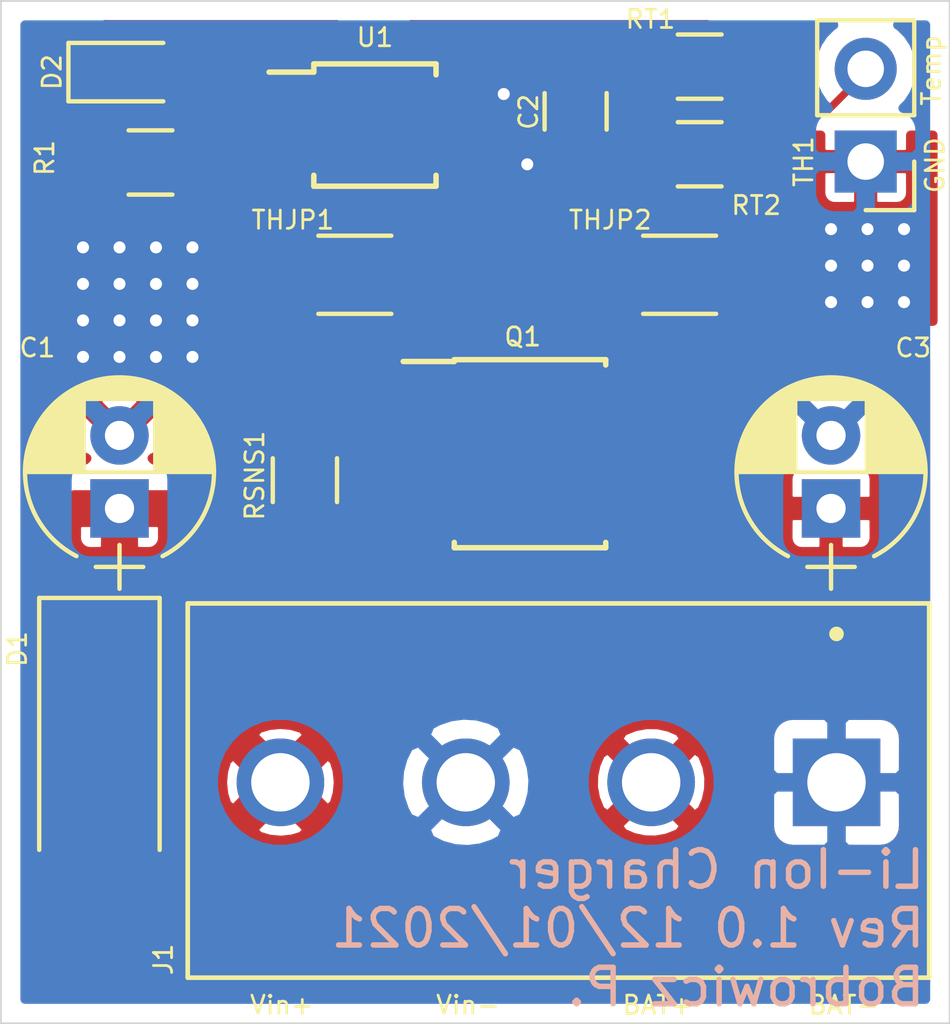
<source format=kicad_pcb>
(kicad_pcb (version 20171130) (host pcbnew "(5.1.10)-1")

  (general
    (thickness 1.6)
    (drawings 11)
    (tracks 114)
    (zones 0)
    (modules 15)
    (nets 12)
  )

  (page A4)
  (layers
    (0 F.Cu signal)
    (31 B.Cu signal)
    (32 B.Adhes user)
    (33 F.Adhes user)
    (34 B.Paste user)
    (35 F.Paste user)
    (36 B.SilkS user)
    (37 F.SilkS user)
    (38 B.Mask user)
    (39 F.Mask user)
    (40 Dwgs.User user)
    (41 Cmts.User user)
    (42 Eco1.User user)
    (43 Eco2.User user)
    (44 Edge.Cuts user)
    (45 Margin user)
    (46 B.CrtYd user)
    (47 F.CrtYd user)
    (48 B.Fab user hide)
    (49 F.Fab user hide)
  )

  (setup
    (last_trace_width 0.1524)
    (user_trace_width 0.2032)
    (user_trace_width 0.254)
    (user_trace_width 1.016)
    (trace_clearance 0.1524)
    (zone_clearance 0.508)
    (zone_45_only no)
    (trace_min 0.1524)
    (via_size 0.6858)
    (via_drill 0.3302)
    (via_min_size 0.508)
    (via_min_drill 0.254)
    (uvia_size 0.6858)
    (uvia_drill 0.3302)
    (uvias_allowed no)
    (uvia_min_size 0.2)
    (uvia_min_drill 0.1)
    (edge_width 0.05)
    (segment_width 0.2)
    (pcb_text_width 0.3)
    (pcb_text_size 1.5 1.5)
    (mod_edge_width 0.12)
    (mod_text_size 1 1)
    (mod_text_width 0.15)
    (pad_size 1.524 1.524)
    (pad_drill 0.762)
    (pad_to_mask_clearance 0.000051)
    (solder_mask_min_width 0.000102)
    (aux_axis_origin 0 0)
    (visible_elements 7FFFFFFF)
    (pcbplotparams
      (layerselection 0x010fc_ffffffff)
      (usegerberextensions false)
      (usegerberattributes true)
      (usegerberadvancedattributes true)
      (creategerberjobfile true)
      (excludeedgelayer true)
      (linewidth 0.100000)
      (plotframeref false)
      (viasonmask false)
      (mode 1)
      (useauxorigin false)
      (hpglpennumber 1)
      (hpglpenspeed 20)
      (hpglpendiameter 15.000000)
      (psnegative false)
      (psa4output false)
      (plotreference true)
      (plotvalue true)
      (plotinvisibletext false)
      (padsonsilk false)
      (subtractmaskfromsilk false)
      (outputformat 1)
      (mirror false)
      (drillshape 1)
      (scaleselection 1)
      (outputdirectory ""))
  )

  (net 0 "")
  (net 1 GND)
  (net 2 /SNS)
  (net 3 /VBAT)
  (net 4 /DRV)
  (net 5 /THREF)
  (net 6 /THSNS)
  (net 7 /VDD)
  (net 8 "Net-(C2-Pad1)")
  (net 9 /STAT)
  (net 10 /EN)
  (net 11 /Vin+)

  (net_class Default "This is the default net class."
    (clearance 0.1524)
    (trace_width 0.1524)
    (via_dia 0.6858)
    (via_drill 0.3302)
    (uvia_dia 0.6858)
    (uvia_drill 0.3302)
    (add_net /DRV)
    (add_net /EN)
    (add_net /SNS)
    (add_net /STAT)
    (add_net /THREF)
    (add_net /THSNS)
    (add_net /VBAT)
    (add_net /VDD)
    (add_net /Vin+)
    (add_net GND)
    (add_net "Net-(C2-Pad1)")
  )

  (module String_Lights_Li-Ion_Charger:CUI_TB007-508-04BE (layer F.Cu) (tedit 61A29A9D) (tstamp 61A29D4B)
    (at 122.9 117.4 180)
    (path /61A2F6F9)
    (fp_text reference J1 (at 18.45 -4.85 90) (layer F.SilkS)
      (effects (font (size 0.5 0.5) (thickness 0.075)))
    )
    (fp_text value Screw_Terminal_01x04 (at 12.7 4.4) (layer F.Fab)
      (effects (font (size 0.5 0.5) (thickness 0.075)))
    )
    (fp_line (start -2.54 4.9) (end -2.54 -5.35) (layer F.Fab) (width 0.127))
    (fp_line (start -2.54 -5.35) (end 17.78 -5.35) (layer F.Fab) (width 0.127))
    (fp_line (start 17.78 -5.35) (end 17.78 4.9) (layer F.Fab) (width 0.127))
    (fp_line (start 17.78 4.9) (end -2.54 4.9) (layer F.Fab) (width 0.127))
    (fp_line (start -2.54 4.9) (end -2.54 -5.35) (layer F.SilkS) (width 0.127))
    (fp_line (start 17.78 -5.35) (end 17.78 4.9) (layer F.SilkS) (width 0.127))
    (fp_line (start -2.54 -5.35) (end 17.78 -5.35) (layer F.SilkS) (width 0.127))
    (fp_line (start 17.78 4.9) (end -2.54 4.9) (layer F.SilkS) (width 0.127))
    (fp_line (start -2.79 -5.6) (end 18.03 -5.6) (layer F.CrtYd) (width 0.05))
    (fp_line (start 18.03 5.15) (end -2.79 5.15) (layer F.CrtYd) (width 0.05))
    (fp_line (start -2.79 5.15) (end -2.79 -5.6) (layer F.CrtYd) (width 0.05))
    (fp_line (start 18.03 -5.6) (end 18.03 5.15) (layer F.CrtYd) (width 0.05))
    (fp_circle (center 0 4.064) (end 0.1 4.064) (layer F.SilkS) (width 0.2))
    (fp_circle (center 0 4.064) (end 0.1 4.064) (layer F.Fab) (width 0.2))
    (pad 4 thru_hole circle (at 15.24 0 180) (size 2.4 2.4) (drill 1.6) (layers *.Cu *.Mask)
      (net 11 /Vin+))
    (pad 3 thru_hole circle (at 10.16 0 180) (size 2.4 2.4) (drill 1.6) (layers *.Cu *.Mask)
      (net 1 GND))
    (pad 2 thru_hole circle (at 5.08 0 180) (size 2.4 2.4) (drill 1.6) (layers *.Cu *.Mask)
      (net 3 /VBAT))
    (pad 1 thru_hole rect (at 0 0 180) (size 2.4 2.4) (drill 1.6) (layers *.Cu *.Mask)
      (net 1 GND))
    (model ${KIPRJMOD}/packages3d/CUI_DEVICES_TB007-508-04BE.step
      (offset (xyz 0 -5 0))
      (scale (xyz 1 1 1))
      (rotate (xyz -90 0 -90))
    )
  )

  (module Housings_SSOP:MSOP-10_3x3mm_Pitch0.5mm (layer F.Cu) (tedit 54130A77) (tstamp 61A16214)
    (at 110.25 99.4)
    (descr "10-Lead Plastic Micro Small Outline Package (MS) [MSOP] (see Microchip Packaging Specification 00000049BS.pdf)")
    (tags "SSOP 0.5")
    (path /6190225C)
    (attr smd)
    (fp_text reference U1 (at 0 -2.4) (layer F.SilkS)
      (effects (font (size 0.5 0.5) (thickness 0.075)))
    )
    (fp_text value MCP73841 (at -0.05 0.1 270) (layer F.Fab)
      (effects (font (size 0.5 0.5) (thickness 0.075)))
    )
    (fp_line (start -1.675 -1.45) (end -2.9 -1.45) (layer F.SilkS) (width 0.15))
    (fp_line (start -1.675 1.675) (end 1.675 1.675) (layer F.SilkS) (width 0.15))
    (fp_line (start -1.675 -1.675) (end 1.675 -1.675) (layer F.SilkS) (width 0.15))
    (fp_line (start -1.675 1.675) (end -1.675 1.375) (layer F.SilkS) (width 0.15))
    (fp_line (start 1.675 1.675) (end 1.675 1.375) (layer F.SilkS) (width 0.15))
    (fp_line (start 1.675 -1.675) (end 1.675 -1.375) (layer F.SilkS) (width 0.15))
    (fp_line (start -1.675 -1.675) (end -1.675 -1.45) (layer F.SilkS) (width 0.15))
    (fp_line (start -3.15 1.85) (end 3.15 1.85) (layer F.CrtYd) (width 0.05))
    (fp_line (start -3.15 -1.85) (end 3.15 -1.85) (layer F.CrtYd) (width 0.05))
    (fp_line (start 3.15 -1.85) (end 3.15 1.85) (layer F.CrtYd) (width 0.05))
    (fp_line (start -3.15 -1.85) (end -3.15 1.85) (layer F.CrtYd) (width 0.05))
    (fp_line (start -1.5 -0.5) (end -0.5 -1.5) (layer F.Fab) (width 0.15))
    (fp_line (start -1.5 1.5) (end -1.5 -0.5) (layer F.Fab) (width 0.15))
    (fp_line (start 1.5 1.5) (end -1.5 1.5) (layer F.Fab) (width 0.15))
    (fp_line (start 1.5 -1.5) (end 1.5 1.5) (layer F.Fab) (width 0.15))
    (fp_line (start -0.5 -1.5) (end 1.5 -1.5) (layer F.Fab) (width 0.15))
    (fp_text user %R (at 0 -2.4) (layer F.Fab)
      (effects (font (size 0.5 0.5) (thickness 0.075)))
    )
    (pad 1 smd rect (at -2.2 -1) (size 1.4 0.3) (layers F.Cu F.Paste F.Mask)
      (net 2 /SNS))
    (pad 2 smd rect (at -2.2 -0.5) (size 1.4 0.3) (layers F.Cu F.Paste F.Mask)
      (net 7 /VDD))
    (pad 3 smd rect (at -2.2 0) (size 1.4 0.3) (layers F.Cu F.Paste F.Mask)
      (net 9 /STAT))
    (pad 4 smd rect (at -2.2 0.5) (size 1.4 0.3) (layers F.Cu F.Paste F.Mask)
      (net 10 /EN))
    (pad 5 smd rect (at -2.2 1) (size 1.4 0.3) (layers F.Cu F.Paste F.Mask)
      (net 5 /THREF))
    (pad 6 smd rect (at 2.2 1) (size 1.4 0.3) (layers F.Cu F.Paste F.Mask)
      (net 6 /THSNS))
    (pad 7 smd rect (at 2.2 0.5) (size 1.4 0.3) (layers F.Cu F.Paste F.Mask)
      (net 8 "Net-(C2-Pad1)"))
    (pad 8 smd rect (at 2.2 0) (size 1.4 0.3) (layers F.Cu F.Paste F.Mask)
      (net 1 GND))
    (pad 9 smd rect (at 2.2 -0.5) (size 1.4 0.3) (layers F.Cu F.Paste F.Mask)
      (net 3 /VBAT))
    (pad 10 smd rect (at 2.2 -1) (size 1.4 0.3) (layers F.Cu F.Paste F.Mask)
      (net 4 /DRV))
    (model ${KISYS3DMOD}/Housings_SSOP.3dshapes/MSOP-10_3x3mm_Pitch0.5mm.wrl
      (at (xyz 0 0 0))
      (scale (xyz 1 1 1))
      (rotate (xyz 0 0 0))
    )
  )

  (module Housings_SOIC:SOIC-8_3.9x4.9mm_Pitch1.27mm (layer F.Cu) (tedit 58CD0CDA) (tstamp 61A79DB2)
    (at 114.5 108.4)
    (descr "8-Lead Plastic Small Outline (SN) - Narrow, 3.90 mm Body [SOIC] (see Microchip Packaging Specification 00000049BS.pdf)")
    (tags "SOIC 1.27")
    (path /61942B56)
    (attr smd)
    (fp_text reference Q1 (at -0.2 -3.2) (layer F.SilkS)
      (effects (font (size 0.5 0.5) (thickness 0.075)))
    )
    (fp_text value IRF7404 (at -0.02 2.04) (layer F.Fab)
      (effects (font (size 0.5 0.5) (thickness 0.075)))
    )
    (fp_line (start -2.075 -2.525) (end -3.475 -2.525) (layer F.SilkS) (width 0.15))
    (fp_line (start -2.075 2.575) (end 2.075 2.575) (layer F.SilkS) (width 0.15))
    (fp_line (start -2.075 -2.575) (end 2.075 -2.575) (layer F.SilkS) (width 0.15))
    (fp_line (start -2.075 2.575) (end -2.075 2.43) (layer F.SilkS) (width 0.15))
    (fp_line (start 2.075 2.575) (end 2.075 2.43) (layer F.SilkS) (width 0.15))
    (fp_line (start 2.075 -2.575) (end 2.075 -2.43) (layer F.SilkS) (width 0.15))
    (fp_line (start -2.075 -2.575) (end -2.075 -2.525) (layer F.SilkS) (width 0.15))
    (fp_line (start -3.73 2.7) (end 3.73 2.7) (layer F.CrtYd) (width 0.05))
    (fp_line (start -3.73 -2.7) (end 3.73 -2.7) (layer F.CrtYd) (width 0.05))
    (fp_line (start 3.73 -2.7) (end 3.73 2.7) (layer F.CrtYd) (width 0.05))
    (fp_line (start -3.73 -2.7) (end -3.73 2.7) (layer F.CrtYd) (width 0.05))
    (fp_line (start -1.95 -1.45) (end -0.95 -2.45) (layer F.Fab) (width 0.1))
    (fp_line (start -1.95 2.45) (end -1.95 -1.45) (layer F.Fab) (width 0.1))
    (fp_line (start 1.95 2.45) (end -1.95 2.45) (layer F.Fab) (width 0.1))
    (fp_line (start 1.95 -2.45) (end 1.95 2.45) (layer F.Fab) (width 0.1))
    (fp_line (start -0.95 -2.45) (end 1.95 -2.45) (layer F.Fab) (width 0.1))
    (fp_text user %R (at -0.2 -3.2) (layer F.Fab)
      (effects (font (size 0.5 0.5) (thickness 0.075)))
    )
    (pad 1 smd rect (at -2.7 -1.905) (size 1.55 0.6) (layers F.Cu F.Paste F.Mask)
      (net 2 /SNS))
    (pad 2 smd rect (at -2.7 -0.635) (size 1.55 0.6) (layers F.Cu F.Paste F.Mask)
      (net 2 /SNS))
    (pad 3 smd rect (at -2.7 0.635) (size 1.55 0.6) (layers F.Cu F.Paste F.Mask)
      (net 2 /SNS))
    (pad 4 smd rect (at -2.7 1.905) (size 1.55 0.6) (layers F.Cu F.Paste F.Mask)
      (net 4 /DRV))
    (pad 5 smd rect (at 2.7 1.905) (size 1.55 0.6) (layers F.Cu F.Paste F.Mask)
      (net 3 /VBAT))
    (pad 6 smd rect (at 2.7 0.635) (size 1.55 0.6) (layers F.Cu F.Paste F.Mask)
      (net 3 /VBAT))
    (pad 7 smd rect (at 2.7 -0.635) (size 1.55 0.6) (layers F.Cu F.Paste F.Mask)
      (net 3 /VBAT))
    (pad 8 smd rect (at 2.7 -1.905) (size 1.55 0.6) (layers F.Cu F.Paste F.Mask)
      (net 3 /VBAT))
    (model ${KISYS3DMOD}/Housings_SOIC.3dshapes/SOIC-8_3.9x4.9mm_Pitch1.27mm.wrl
      (at (xyz 0 0 0))
      (scale (xyz 1 1 1))
      (rotate (xyz 0 0 0))
    )
  )

  (module Diodes_SMD:D_0805 (layer F.Cu) (tedit 590CE9A4) (tstamp 61A161FC)
    (at 103.45 97.95)
    (descr "Diode SMD in 0805 package http://datasheets.avx.com/schottky.pdf")
    (tags "smd diode")
    (path /61941D15)
    (attr smd)
    (fp_text reference D2 (at -2.05 0 90) (layer F.SilkS)
      (effects (font (size 0.5 0.5) (thickness 0.075)))
    )
    (fp_text value LED (at 0 -1.225) (layer F.Fab)
      (effects (font (size 0.5 0.5) (thickness 0.075)))
    )
    (fp_line (start -1.6 -0.8) (end 1 -0.8) (layer F.SilkS) (width 0.12))
    (fp_line (start -1.6 0.8) (end 1 0.8) (layer F.SilkS) (width 0.12))
    (fp_line (start -1 -0.65) (end 1 -0.65) (layer F.Fab) (width 0.1))
    (fp_line (start 1 -0.65) (end 1 0.65) (layer F.Fab) (width 0.1))
    (fp_line (start 1 0.65) (end -1 0.65) (layer F.Fab) (width 0.1))
    (fp_line (start -1 0.65) (end -1 -0.65) (layer F.Fab) (width 0.1))
    (fp_line (start 0.2 -0.2) (end -0.1 0) (layer F.Fab) (width 0.1))
    (fp_line (start -0.1 0) (end 0.2 0.2) (layer F.Fab) (width 0.1))
    (fp_line (start 0.2 0.2) (end 0.2 -0.2) (layer F.Fab) (width 0.1))
    (fp_line (start -0.1 -0.2) (end -0.1 0.2) (layer F.Fab) (width 0.1))
    (fp_line (start -0.1 0) (end -0.3 0) (layer F.Fab) (width 0.1))
    (fp_line (start 0.2 0) (end 0.4 0) (layer F.Fab) (width 0.1))
    (fp_line (start -1.7 -0.88) (end 1.7 -0.88) (layer F.CrtYd) (width 0.05))
    (fp_line (start 1.7 -0.88) (end 1.7 0.88) (layer F.CrtYd) (width 0.05))
    (fp_line (start 1.7 0.88) (end -1.7 0.88) (layer F.CrtYd) (width 0.05))
    (fp_line (start -1.7 0.88) (end -1.7 -0.88) (layer F.CrtYd) (width 0.05))
    (fp_line (start -1.6 -0.8) (end -1.6 0.8) (layer F.SilkS) (width 0.12))
    (fp_text user %R (at -2.05 0 90) (layer F.Fab)
      (effects (font (size 0.5 0.5) (thickness 0.075)))
    )
    (pad 1 smd rect (at -1.05 0) (size 0.8 0.9) (layers F.Cu F.Paste F.Mask)
      (net 9 /STAT))
    (pad 2 smd rect (at 1.05 0) (size 0.8 0.9) (layers F.Cu F.Paste F.Mask)
      (net 7 /VDD))
    (model ${KISYS3DMOD}/Diodes_SMD.3dshapes/D_0805.wrl
      (at (xyz 0 0 0))
      (scale (xyz 1 1 1))
      (rotate (xyz 0 0 0))
    )
  )

  (module Resistors_SMD:R_1206_HandSoldering (layer F.Cu) (tedit 58E0A804) (tstamp 61A6A677)
    (at 118.6 103.5 180)
    (descr "Resistor SMD 1206, hand soldering")
    (tags "resistor 1206")
    (path /61A80F5E)
    (attr smd)
    (fp_text reference THJP2 (at 1.9 1.5) (layer F.SilkS)
      (effects (font (size 0.5 0.5) (thickness 0.075)))
    )
    (fp_text value "TH JMP" (at 0 0 180) (layer F.Fab)
      (effects (font (size 0.5 0.5) (thickness 0.075)))
    )
    (fp_line (start 3.25 1.1) (end -3.25 1.1) (layer F.CrtYd) (width 0.05))
    (fp_line (start 3.25 1.1) (end 3.25 -1.11) (layer F.CrtYd) (width 0.05))
    (fp_line (start -3.25 -1.11) (end -3.25 1.1) (layer F.CrtYd) (width 0.05))
    (fp_line (start -3.25 -1.11) (end 3.25 -1.11) (layer F.CrtYd) (width 0.05))
    (fp_line (start -1 -1.07) (end 1 -1.07) (layer F.SilkS) (width 0.12))
    (fp_line (start 1 1.07) (end -1 1.07) (layer F.SilkS) (width 0.12))
    (fp_line (start -1.6 -0.8) (end 1.6 -0.8) (layer F.Fab) (width 0.1))
    (fp_line (start 1.6 -0.8) (end 1.6 0.8) (layer F.Fab) (width 0.1))
    (fp_line (start 1.6 0.8) (end -1.6 0.8) (layer F.Fab) (width 0.1))
    (fp_line (start -1.6 0.8) (end -1.6 -0.8) (layer F.Fab) (width 0.1))
    (fp_text user %R (at 1.9 1.5) (layer F.Fab)
      (effects (font (size 0.5 0.5) (thickness 0.075)))
    )
    (pad 1 smd rect (at -2 0 180) (size 2 1.7) (layers F.Cu F.Paste F.Mask)
      (net 1 GND))
    (pad 2 smd rect (at 2 0 180) (size 2 1.7) (layers F.Cu F.Paste F.Mask)
      (net 3 /VBAT))
    (model ${KISYS3DMOD}/Resistors_SMD.3dshapes/R_1206.wrl
      (at (xyz 0 0 0))
      (scale (xyz 1 1 1))
      (rotate (xyz 0 0 0))
    )
  )

  (module Resistors_SMD:R_1206_HandSoldering (layer F.Cu) (tedit 58E0A804) (tstamp 61A642DF)
    (at 109.7 103.5)
    (descr "Resistor SMD 1206, hand soldering")
    (tags "resistor 1206")
    (path /61A803DD)
    (attr smd)
    (fp_text reference THJP1 (at -1.7 -1.5) (layer F.SilkS)
      (effects (font (size 0.5 0.5) (thickness 0.075)))
    )
    (fp_text value "TH JMP" (at 0 0 180) (layer F.Fab)
      (effects (font (size 0.5 0.5) (thickness 0.075)))
    )
    (fp_line (start 3.25 1.1) (end -3.25 1.1) (layer F.CrtYd) (width 0.05))
    (fp_line (start 3.25 1.1) (end 3.25 -1.11) (layer F.CrtYd) (width 0.05))
    (fp_line (start -3.25 -1.11) (end -3.25 1.1) (layer F.CrtYd) (width 0.05))
    (fp_line (start -3.25 -1.11) (end 3.25 -1.11) (layer F.CrtYd) (width 0.05))
    (fp_line (start -1 -1.07) (end 1 -1.07) (layer F.SilkS) (width 0.12))
    (fp_line (start 1 1.07) (end -1 1.07) (layer F.SilkS) (width 0.12))
    (fp_line (start -1.6 -0.8) (end 1.6 -0.8) (layer F.Fab) (width 0.1))
    (fp_line (start 1.6 -0.8) (end 1.6 0.8) (layer F.Fab) (width 0.1))
    (fp_line (start 1.6 0.8) (end -1.6 0.8) (layer F.Fab) (width 0.1))
    (fp_line (start -1.6 0.8) (end -1.6 -0.8) (layer F.Fab) (width 0.1))
    (fp_text user %R (at -1.7 -1.5) (layer F.Fab)
      (effects (font (size 0.5 0.5) (thickness 0.075)))
    )
    (pad 1 smd rect (at -2 0) (size 2 1.7) (layers F.Cu F.Paste F.Mask)
      (net 1 GND))
    (pad 2 smd rect (at 2 0) (size 2 1.7) (layers F.Cu F.Paste F.Mask)
      (net 2 /SNS))
    (model ${KISYS3DMOD}/Resistors_SMD.3dshapes/R_1206.wrl
      (at (xyz 0 0 0))
      (scale (xyz 1 1 1))
      (rotate (xyz 0 0 0))
    )
  )

  (module Capacitors_THT:CP_Radial_D5.0mm_P2.00mm (layer F.Cu) (tedit 597BC7C2) (tstamp 61A2A849)
    (at 122.75 109.9 90)
    (descr "CP, Radial series, Radial, pin pitch=2.00mm, , diameter=5mm, Electrolytic Capacitor")
    (tags "CP Radial series Radial pin pitch 2.00mm  diameter 5mm Electrolytic Capacitor")
    (path /6193E308)
    (fp_text reference C3 (at 4.4 2.25 180) (layer F.SilkS)
      (effects (font (size 0.5 0.5) (thickness 0.075)))
    )
    (fp_text value 4u7 (at 0.15 1.5 90) (layer F.Fab)
      (effects (font (size 0.5 0.5) (thickness 0.075)))
    )
    (fp_line (start 3.85 -2.85) (end -1.85 -2.85) (layer F.CrtYd) (width 0.05))
    (fp_line (start 3.85 2.85) (end 3.85 -2.85) (layer F.CrtYd) (width 0.05))
    (fp_line (start -1.85 2.85) (end 3.85 2.85) (layer F.CrtYd) (width 0.05))
    (fp_line (start -1.85 -2.85) (end -1.85 2.85) (layer F.CrtYd) (width 0.05))
    (fp_line (start -1.6 -0.65) (end -1.6 0.65) (layer F.SilkS) (width 0.12))
    (fp_line (start -2.2 0) (end -1 0) (layer F.SilkS) (width 0.12))
    (fp_line (start 3.561 -0.354) (end 3.561 0.354) (layer F.SilkS) (width 0.12))
    (fp_line (start 3.521 -0.559) (end 3.521 0.559) (layer F.SilkS) (width 0.12))
    (fp_line (start 3.481 -0.707) (end 3.481 0.707) (layer F.SilkS) (width 0.12))
    (fp_line (start 3.441 -0.829) (end 3.441 0.829) (layer F.SilkS) (width 0.12))
    (fp_line (start 3.401 -0.934) (end 3.401 0.934) (layer F.SilkS) (width 0.12))
    (fp_line (start 3.361 -1.028) (end 3.361 1.028) (layer F.SilkS) (width 0.12))
    (fp_line (start 3.321 -1.112) (end 3.321 1.112) (layer F.SilkS) (width 0.12))
    (fp_line (start 3.281 -1.189) (end 3.281 1.189) (layer F.SilkS) (width 0.12))
    (fp_line (start 3.241 -1.261) (end 3.241 1.261) (layer F.SilkS) (width 0.12))
    (fp_line (start 3.201 -1.327) (end 3.201 1.327) (layer F.SilkS) (width 0.12))
    (fp_line (start 3.161 -1.39) (end 3.161 1.39) (layer F.SilkS) (width 0.12))
    (fp_line (start 3.121 -1.448) (end 3.121 1.448) (layer F.SilkS) (width 0.12))
    (fp_line (start 3.081 -1.504) (end 3.081 1.504) (layer F.SilkS) (width 0.12))
    (fp_line (start 3.041 -1.556) (end 3.041 1.556) (layer F.SilkS) (width 0.12))
    (fp_line (start 3.001 -1.606) (end 3.001 1.606) (layer F.SilkS) (width 0.12))
    (fp_line (start 2.961 0.98) (end 2.961 1.654) (layer F.SilkS) (width 0.12))
    (fp_line (start 2.961 -1.654) (end 2.961 -0.98) (layer F.SilkS) (width 0.12))
    (fp_line (start 2.921 0.98) (end 2.921 1.699) (layer F.SilkS) (width 0.12))
    (fp_line (start 2.921 -1.699) (end 2.921 -0.98) (layer F.SilkS) (width 0.12))
    (fp_line (start 2.881 0.98) (end 2.881 1.742) (layer F.SilkS) (width 0.12))
    (fp_line (start 2.881 -1.742) (end 2.881 -0.98) (layer F.SilkS) (width 0.12))
    (fp_line (start 2.841 0.98) (end 2.841 1.783) (layer F.SilkS) (width 0.12))
    (fp_line (start 2.841 -1.783) (end 2.841 -0.98) (layer F.SilkS) (width 0.12))
    (fp_line (start 2.801 0.98) (end 2.801 1.823) (layer F.SilkS) (width 0.12))
    (fp_line (start 2.801 -1.823) (end 2.801 -0.98) (layer F.SilkS) (width 0.12))
    (fp_line (start 2.761 0.98) (end 2.761 1.861) (layer F.SilkS) (width 0.12))
    (fp_line (start 2.761 -1.861) (end 2.761 -0.98) (layer F.SilkS) (width 0.12))
    (fp_line (start 2.721 0.98) (end 2.721 1.897) (layer F.SilkS) (width 0.12))
    (fp_line (start 2.721 -1.897) (end 2.721 -0.98) (layer F.SilkS) (width 0.12))
    (fp_line (start 2.681 0.98) (end 2.681 1.932) (layer F.SilkS) (width 0.12))
    (fp_line (start 2.681 -1.932) (end 2.681 -0.98) (layer F.SilkS) (width 0.12))
    (fp_line (start 2.641 0.98) (end 2.641 1.965) (layer F.SilkS) (width 0.12))
    (fp_line (start 2.641 -1.965) (end 2.641 -0.98) (layer F.SilkS) (width 0.12))
    (fp_line (start 2.601 0.98) (end 2.601 1.997) (layer F.SilkS) (width 0.12))
    (fp_line (start 2.601 -1.997) (end 2.601 -0.98) (layer F.SilkS) (width 0.12))
    (fp_line (start 2.561 0.98) (end 2.561 2.028) (layer F.SilkS) (width 0.12))
    (fp_line (start 2.561 -2.028) (end 2.561 -0.98) (layer F.SilkS) (width 0.12))
    (fp_line (start 2.521 0.98) (end 2.521 2.058) (layer F.SilkS) (width 0.12))
    (fp_line (start 2.521 -2.058) (end 2.521 -0.98) (layer F.SilkS) (width 0.12))
    (fp_line (start 2.481 0.98) (end 2.481 2.086) (layer F.SilkS) (width 0.12))
    (fp_line (start 2.481 -2.086) (end 2.481 -0.98) (layer F.SilkS) (width 0.12))
    (fp_line (start 2.441 0.98) (end 2.441 2.113) (layer F.SilkS) (width 0.12))
    (fp_line (start 2.441 -2.113) (end 2.441 -0.98) (layer F.SilkS) (width 0.12))
    (fp_line (start 2.401 0.98) (end 2.401 2.14) (layer F.SilkS) (width 0.12))
    (fp_line (start 2.401 -2.14) (end 2.401 -0.98) (layer F.SilkS) (width 0.12))
    (fp_line (start 2.361 0.98) (end 2.361 2.165) (layer F.SilkS) (width 0.12))
    (fp_line (start 2.361 -2.165) (end 2.361 -0.98) (layer F.SilkS) (width 0.12))
    (fp_line (start 2.321 0.98) (end 2.321 2.189) (layer F.SilkS) (width 0.12))
    (fp_line (start 2.321 -2.189) (end 2.321 -0.98) (layer F.SilkS) (width 0.12))
    (fp_line (start 2.281 0.98) (end 2.281 2.212) (layer F.SilkS) (width 0.12))
    (fp_line (start 2.281 -2.212) (end 2.281 -0.98) (layer F.SilkS) (width 0.12))
    (fp_line (start 2.241 0.98) (end 2.241 2.234) (layer F.SilkS) (width 0.12))
    (fp_line (start 2.241 -2.234) (end 2.241 -0.98) (layer F.SilkS) (width 0.12))
    (fp_line (start 2.201 0.98) (end 2.201 2.256) (layer F.SilkS) (width 0.12))
    (fp_line (start 2.201 -2.256) (end 2.201 -0.98) (layer F.SilkS) (width 0.12))
    (fp_line (start 2.161 0.98) (end 2.161 2.276) (layer F.SilkS) (width 0.12))
    (fp_line (start 2.161 -2.276) (end 2.161 -0.98) (layer F.SilkS) (width 0.12))
    (fp_line (start 2.121 0.98) (end 2.121 2.296) (layer F.SilkS) (width 0.12))
    (fp_line (start 2.121 -2.296) (end 2.121 -0.98) (layer F.SilkS) (width 0.12))
    (fp_line (start 2.081 0.98) (end 2.081 2.315) (layer F.SilkS) (width 0.12))
    (fp_line (start 2.081 -2.315) (end 2.081 -0.98) (layer F.SilkS) (width 0.12))
    (fp_line (start 2.041 0.98) (end 2.041 2.333) (layer F.SilkS) (width 0.12))
    (fp_line (start 2.041 -2.333) (end 2.041 -0.98) (layer F.SilkS) (width 0.12))
    (fp_line (start 2.001 0.98) (end 2.001 2.35) (layer F.SilkS) (width 0.12))
    (fp_line (start 2.001 -2.35) (end 2.001 -0.98) (layer F.SilkS) (width 0.12))
    (fp_line (start 1.961 0.98) (end 1.961 2.366) (layer F.SilkS) (width 0.12))
    (fp_line (start 1.961 -2.366) (end 1.961 -0.98) (layer F.SilkS) (width 0.12))
    (fp_line (start 1.921 0.98) (end 1.921 2.382) (layer F.SilkS) (width 0.12))
    (fp_line (start 1.921 -2.382) (end 1.921 -0.98) (layer F.SilkS) (width 0.12))
    (fp_line (start 1.881 0.98) (end 1.881 2.396) (layer F.SilkS) (width 0.12))
    (fp_line (start 1.881 -2.396) (end 1.881 -0.98) (layer F.SilkS) (width 0.12))
    (fp_line (start 1.841 0.98) (end 1.841 2.41) (layer F.SilkS) (width 0.12))
    (fp_line (start 1.841 -2.41) (end 1.841 -0.98) (layer F.SilkS) (width 0.12))
    (fp_line (start 1.801 0.98) (end 1.801 2.424) (layer F.SilkS) (width 0.12))
    (fp_line (start 1.801 -2.424) (end 1.801 -0.98) (layer F.SilkS) (width 0.12))
    (fp_line (start 1.761 0.98) (end 1.761 2.436) (layer F.SilkS) (width 0.12))
    (fp_line (start 1.761 -2.436) (end 1.761 -0.98) (layer F.SilkS) (width 0.12))
    (fp_line (start 1.721 0.98) (end 1.721 2.448) (layer F.SilkS) (width 0.12))
    (fp_line (start 1.721 -2.448) (end 1.721 -0.98) (layer F.SilkS) (width 0.12))
    (fp_line (start 1.68 0.98) (end 1.68 2.46) (layer F.SilkS) (width 0.12))
    (fp_line (start 1.68 -2.46) (end 1.68 -0.98) (layer F.SilkS) (width 0.12))
    (fp_line (start 1.64 0.98) (end 1.64 2.47) (layer F.SilkS) (width 0.12))
    (fp_line (start 1.64 -2.47) (end 1.64 -0.98) (layer F.SilkS) (width 0.12))
    (fp_line (start 1.6 0.98) (end 1.6 2.48) (layer F.SilkS) (width 0.12))
    (fp_line (start 1.6 -2.48) (end 1.6 -0.98) (layer F.SilkS) (width 0.12))
    (fp_line (start 1.56 0.98) (end 1.56 2.489) (layer F.SilkS) (width 0.12))
    (fp_line (start 1.56 -2.489) (end 1.56 -0.98) (layer F.SilkS) (width 0.12))
    (fp_line (start 1.52 0.98) (end 1.52 2.498) (layer F.SilkS) (width 0.12))
    (fp_line (start 1.52 -2.498) (end 1.52 -0.98) (layer F.SilkS) (width 0.12))
    (fp_line (start 1.48 0.98) (end 1.48 2.506) (layer F.SilkS) (width 0.12))
    (fp_line (start 1.48 -2.506) (end 1.48 -0.98) (layer F.SilkS) (width 0.12))
    (fp_line (start 1.44 0.98) (end 1.44 2.513) (layer F.SilkS) (width 0.12))
    (fp_line (start 1.44 -2.513) (end 1.44 -0.98) (layer F.SilkS) (width 0.12))
    (fp_line (start 1.4 0.98) (end 1.4 2.519) (layer F.SilkS) (width 0.12))
    (fp_line (start 1.4 -2.519) (end 1.4 -0.98) (layer F.SilkS) (width 0.12))
    (fp_line (start 1.36 0.98) (end 1.36 2.525) (layer F.SilkS) (width 0.12))
    (fp_line (start 1.36 -2.525) (end 1.36 -0.98) (layer F.SilkS) (width 0.12))
    (fp_line (start 1.32 0.98) (end 1.32 2.531) (layer F.SilkS) (width 0.12))
    (fp_line (start 1.32 -2.531) (end 1.32 -0.98) (layer F.SilkS) (width 0.12))
    (fp_line (start 1.28 0.98) (end 1.28 2.535) (layer F.SilkS) (width 0.12))
    (fp_line (start 1.28 -2.535) (end 1.28 -0.98) (layer F.SilkS) (width 0.12))
    (fp_line (start 1.24 0.98) (end 1.24 2.539) (layer F.SilkS) (width 0.12))
    (fp_line (start 1.24 -2.539) (end 1.24 -0.98) (layer F.SilkS) (width 0.12))
    (fp_line (start 1.2 0.98) (end 1.2 2.543) (layer F.SilkS) (width 0.12))
    (fp_line (start 1.2 -2.543) (end 1.2 -0.98) (layer F.SilkS) (width 0.12))
    (fp_line (start 1.16 0.98) (end 1.16 2.546) (layer F.SilkS) (width 0.12))
    (fp_line (start 1.16 -2.546) (end 1.16 -0.98) (layer F.SilkS) (width 0.12))
    (fp_line (start 1.12 0.98) (end 1.12 2.548) (layer F.SilkS) (width 0.12))
    (fp_line (start 1.12 -2.548) (end 1.12 -0.98) (layer F.SilkS) (width 0.12))
    (fp_line (start 1.08 0.98) (end 1.08 2.549) (layer F.SilkS) (width 0.12))
    (fp_line (start 1.08 -2.549) (end 1.08 -0.98) (layer F.SilkS) (width 0.12))
    (fp_line (start 1.04 0.98) (end 1.04 2.55) (layer F.SilkS) (width 0.12))
    (fp_line (start 1.04 -2.55) (end 1.04 -0.98) (layer F.SilkS) (width 0.12))
    (fp_line (start 1 -2.55) (end 1 2.55) (layer F.SilkS) (width 0.12))
    (fp_line (start -1.6 -0.65) (end -1.6 0.65) (layer F.Fab) (width 0.1))
    (fp_line (start -2.2 0) (end -1 0) (layer F.Fab) (width 0.1))
    (fp_circle (center 1 0) (end 3.5 0) (layer F.Fab) (width 0.1))
    (fp_arc (start 1 0) (end -1.30558 -1.18) (angle 125.8) (layer F.SilkS) (width 0.12))
    (fp_arc (start 1 0) (end -1.30558 1.18) (angle -125.8) (layer F.SilkS) (width 0.12))
    (fp_arc (start 1 0) (end 3.30558 -1.18) (angle 54.2) (layer F.SilkS) (width 0.12))
    (fp_text user %R (at 4.4 2.25 180) (layer F.Fab)
      (effects (font (size 0.5 0.5) (thickness 0.075)))
    )
    (pad 1 thru_hole rect (at 0 0 90) (size 1.6 1.6) (drill 0.8) (layers *.Cu *.Mask)
      (net 3 /VBAT))
    (pad 2 thru_hole circle (at 2 0 90) (size 1.6 1.6) (drill 0.8) (layers *.Cu *.Mask)
      (net 1 GND))
    (model ${KIPRJMOD}/packages3d/CAP_5X11_2_NCH.step-part.step
      (offset (xyz -0.25 0 0))
      (scale (xyz 1 1 1))
      (rotate (xyz 0 0 0))
    )
  )

  (module Socket_Strips:Socket_Strip_Straight_1x02_Pitch2.54mm (layer F.Cu) (tedit 58CD5446) (tstamp 61A2C250)
    (at 123.7 100.4 180)
    (descr "Through hole straight socket strip, 1x02, 2.54mm pitch, single row")
    (tags "Through hole socket strip THT 1x02 2.54mm single row")
    (path /619122AB)
    (fp_text reference TH1 (at 1.7 0 90) (layer F.SilkS)
      (effects (font (size 0.5 0.5) (thickness 0.075)))
    )
    (fp_text value "10k NTC" (at -1.8 1 90) (layer F.Fab)
      (effects (font (size 0.5 0.5) (thickness 0.075)))
    )
    (fp_line (start 1.8 -1.8) (end -1.8 -1.8) (layer F.CrtYd) (width 0.05))
    (fp_line (start 1.8 4.35) (end 1.8 -1.8) (layer F.CrtYd) (width 0.05))
    (fp_line (start -1.8 4.35) (end 1.8 4.35) (layer F.CrtYd) (width 0.05))
    (fp_line (start -1.8 -1.8) (end -1.8 4.35) (layer F.CrtYd) (width 0.05))
    (fp_line (start -1.33 -1.33) (end 0 -1.33) (layer F.SilkS) (width 0.12))
    (fp_line (start -1.33 0) (end -1.33 -1.33) (layer F.SilkS) (width 0.12))
    (fp_line (start 1.33 1.27) (end -1.33 1.27) (layer F.SilkS) (width 0.12))
    (fp_line (start 1.33 3.87) (end 1.33 1.27) (layer F.SilkS) (width 0.12))
    (fp_line (start -1.33 3.87) (end 1.33 3.87) (layer F.SilkS) (width 0.12))
    (fp_line (start -1.33 1.27) (end -1.33 3.87) (layer F.SilkS) (width 0.12))
    (fp_line (start 1.27 -1.27) (end -1.27 -1.27) (layer F.Fab) (width 0.1))
    (fp_line (start 1.27 3.81) (end 1.27 -1.27) (layer F.Fab) (width 0.1))
    (fp_line (start -1.27 3.81) (end 1.27 3.81) (layer F.Fab) (width 0.1))
    (fp_line (start -1.27 -1.27) (end -1.27 3.81) (layer F.Fab) (width 0.1))
    (fp_text user %R (at 1.7 0 90) (layer F.Fab)
      (effects (font (size 0.5 0.5) (thickness 0.075)))
    )
    (pad 1 thru_hole rect (at 0 0 180) (size 1.7 1.7) (drill 1) (layers *.Cu *.Mask)
      (net 1 GND))
    (pad 2 thru_hole oval (at 0 2.54 180) (size 1.7 1.7) (drill 1) (layers *.Cu *.Mask)
      (net 6 /THSNS))
    (model ${KISYS3DMOD}/Socket_Strips.3dshapes/Socket_Strip_Straight_1x02_Pitch2.54mm.wrl
      (offset (xyz 0 -1.269999980926514 0))
      (scale (xyz 1 1 1))
      (rotate (xyz 0 0 270))
    )
  )

  (module Resistors_SMD:R_0805_HandSoldering (layer F.Cu) (tedit 58E0A804) (tstamp 61A2D110)
    (at 119.15 100.2)
    (descr "Resistor SMD 0805, hand soldering")
    (tags "resistor 0805")
    (path /6191FBE3)
    (attr smd)
    (fp_text reference RT2 (at 1.55 1.4) (layer F.SilkS)
      (effects (font (size 0.5 0.5) (thickness 0.075)))
    )
    (fp_text value NF (at 0.05 0) (layer F.Fab)
      (effects (font (size 0.5 0.5) (thickness 0.075)))
    )
    (fp_line (start 2.35 0.9) (end -2.35 0.9) (layer F.CrtYd) (width 0.05))
    (fp_line (start 2.35 0.9) (end 2.35 -0.9) (layer F.CrtYd) (width 0.05))
    (fp_line (start -2.35 -0.9) (end -2.35 0.9) (layer F.CrtYd) (width 0.05))
    (fp_line (start -2.35 -0.9) (end 2.35 -0.9) (layer F.CrtYd) (width 0.05))
    (fp_line (start -0.6 -0.88) (end 0.6 -0.88) (layer F.SilkS) (width 0.12))
    (fp_line (start 0.6 0.88) (end -0.6 0.88) (layer F.SilkS) (width 0.12))
    (fp_line (start -1 -0.62) (end 1 -0.62) (layer F.Fab) (width 0.1))
    (fp_line (start 1 -0.62) (end 1 0.62) (layer F.Fab) (width 0.1))
    (fp_line (start 1 0.62) (end -1 0.62) (layer F.Fab) (width 0.1))
    (fp_line (start -1 0.62) (end -1 -0.62) (layer F.Fab) (width 0.1))
    (fp_text user %R (at 1.55 1.4) (layer F.Fab)
      (effects (font (size 0.5 0.5) (thickness 0.075)))
    )
    (pad 1 smd rect (at -1.35 0) (size 1.5 1.3) (layers F.Cu F.Paste F.Mask)
      (net 6 /THSNS))
    (pad 2 smd rect (at 1.35 0) (size 1.5 1.3) (layers F.Cu F.Paste F.Mask)
      (net 1 GND))
    (model ${KISYS3DMOD}/Resistors_SMD.3dshapes/R_0805.wrl
      (at (xyz 0 0 0))
      (scale (xyz 1 1 1))
      (rotate (xyz 0 0 0))
    )
  )

  (module Resistors_SMD:R_0805_HandSoldering (layer F.Cu) (tedit 58E0A804) (tstamp 61A1620B)
    (at 119.15 97.8 180)
    (descr "Resistor SMD 0805, hand soldering")
    (tags "resistor 0805")
    (path /6191F3E4)
    (attr smd)
    (fp_text reference RT1 (at 1.35 1.3) (layer F.SilkS)
      (effects (font (size 0.5 0.5) (thickness 0.075)))
    )
    (fp_text value 11k3 (at -0.05 0) (layer F.Fab)
      (effects (font (size 0.5 0.5) (thickness 0.075)))
    )
    (fp_line (start 2.35 0.9) (end -2.35 0.9) (layer F.CrtYd) (width 0.05))
    (fp_line (start 2.35 0.9) (end 2.35 -0.9) (layer F.CrtYd) (width 0.05))
    (fp_line (start -2.35 -0.9) (end -2.35 0.9) (layer F.CrtYd) (width 0.05))
    (fp_line (start -2.35 -0.9) (end 2.35 -0.9) (layer F.CrtYd) (width 0.05))
    (fp_line (start -0.6 -0.88) (end 0.6 -0.88) (layer F.SilkS) (width 0.12))
    (fp_line (start 0.6 0.88) (end -0.6 0.88) (layer F.SilkS) (width 0.12))
    (fp_line (start -1 -0.62) (end 1 -0.62) (layer F.Fab) (width 0.1))
    (fp_line (start 1 -0.62) (end 1 0.62) (layer F.Fab) (width 0.1))
    (fp_line (start 1 0.62) (end -1 0.62) (layer F.Fab) (width 0.1))
    (fp_line (start -1 0.62) (end -1 -0.62) (layer F.Fab) (width 0.1))
    (fp_text user %R (at 1.35 1.3) (layer F.Fab)
      (effects (font (size 0.5 0.5) (thickness 0.075)))
    )
    (pad 1 smd rect (at -1.35 0 180) (size 1.5 1.3) (layers F.Cu F.Paste F.Mask)
      (net 5 /THREF))
    (pad 2 smd rect (at 1.35 0 180) (size 1.5 1.3) (layers F.Cu F.Paste F.Mask)
      (net 6 /THSNS))
    (model ${KISYS3DMOD}/Resistors_SMD.3dshapes/R_0805.wrl
      (at (xyz 0 0 0))
      (scale (xyz 1 1 1))
      (rotate (xyz 0 0 0))
    )
  )

  (module Resistors_SMD:R_0805_HandSoldering (layer F.Cu) (tedit 58E0A804) (tstamp 61A6E748)
    (at 104.1 100.425 180)
    (descr "Resistor SMD 0805, hand soldering")
    (tags "resistor 0805")
    (path /6193D580)
    (attr smd)
    (fp_text reference R1 (at 2.9 0.125 90) (layer F.SilkS)
      (effects (font (size 0.5 0.5) (thickness 0.075)))
    )
    (fp_text value 10k (at 0 0.025) (layer F.Fab)
      (effects (font (size 0.5 0.5) (thickness 0.075)))
    )
    (fp_line (start 2.35 0.9) (end -2.35 0.9) (layer F.CrtYd) (width 0.05))
    (fp_line (start 2.35 0.9) (end 2.35 -0.9) (layer F.CrtYd) (width 0.05))
    (fp_line (start -2.35 -0.9) (end -2.35 0.9) (layer F.CrtYd) (width 0.05))
    (fp_line (start -2.35 -0.9) (end 2.35 -0.9) (layer F.CrtYd) (width 0.05))
    (fp_line (start -0.6 -0.88) (end 0.6 -0.88) (layer F.SilkS) (width 0.12))
    (fp_line (start 0.6 0.88) (end -0.6 0.88) (layer F.SilkS) (width 0.12))
    (fp_line (start -1 -0.62) (end 1 -0.62) (layer F.Fab) (width 0.1))
    (fp_line (start 1 -0.62) (end 1 0.62) (layer F.Fab) (width 0.1))
    (fp_line (start 1 0.62) (end -1 0.62) (layer F.Fab) (width 0.1))
    (fp_line (start -1 0.62) (end -1 -0.62) (layer F.Fab) (width 0.1))
    (fp_text user %R (at 2.9 0.125 90) (layer F.Fab)
      (effects (font (size 0.5 0.5) (thickness 0.075)))
    )
    (pad 1 smd rect (at -1.35 0 180) (size 1.5 1.3) (layers F.Cu F.Paste F.Mask)
      (net 10 /EN))
    (pad 2 smd rect (at 1.35 0 180) (size 1.5 1.3) (layers F.Cu F.Paste F.Mask)
      (net 7 /VDD))
    (model ${KISYS3DMOD}/Resistors_SMD.3dshapes/R_0805.wrl
      (at (xyz 0 0 0))
      (scale (xyz 1 1 1))
      (rotate (xyz 0 0 0))
    )
  )

  (module Diodes_SMD:D_SMA_Handsoldering (layer F.Cu) (tedit 58643398) (tstamp 61A6BC1C)
    (at 102.7 116.75 270)
    (descr "Diode SMA (DO-214AC) Handsoldering")
    (tags "Diode SMA (DO-214AC) Handsoldering")
    (path /618F9DDE)
    (attr smd)
    (fp_text reference D1 (at -3 2.25 90) (layer F.SilkS)
      (effects (font (size 0.5 0.5) (thickness 0.075)))
    )
    (fp_text value D_Schottky (at 0 2.25 90) (layer F.Fab)
      (effects (font (size 0.5 0.5) (thickness 0.075)))
    )
    (fp_line (start -4.4 -1.65) (end 2.5 -1.65) (layer F.SilkS) (width 0.12))
    (fp_line (start -4.4 1.65) (end 2.5 1.65) (layer F.SilkS) (width 0.12))
    (fp_line (start -0.64944 0.00102) (end 0.50118 -0.79908) (layer F.Fab) (width 0.1))
    (fp_line (start -0.64944 0.00102) (end 0.50118 0.75032) (layer F.Fab) (width 0.1))
    (fp_line (start 0.50118 0.75032) (end 0.50118 -0.79908) (layer F.Fab) (width 0.1))
    (fp_line (start -0.64944 -0.79908) (end -0.64944 0.80112) (layer F.Fab) (width 0.1))
    (fp_line (start 0.50118 0.00102) (end 1.4994 0.00102) (layer F.Fab) (width 0.1))
    (fp_line (start -0.64944 0.00102) (end -1.55114 0.00102) (layer F.Fab) (width 0.1))
    (fp_line (start -4.5 1.75) (end -4.5 -1.75) (layer F.CrtYd) (width 0.05))
    (fp_line (start 4.5 1.75) (end -4.5 1.75) (layer F.CrtYd) (width 0.05))
    (fp_line (start 4.5 -1.75) (end 4.5 1.75) (layer F.CrtYd) (width 0.05))
    (fp_line (start -4.5 -1.75) (end 4.5 -1.75) (layer F.CrtYd) (width 0.05))
    (fp_line (start 2.3 -1.5) (end -2.3 -1.5) (layer F.Fab) (width 0.1))
    (fp_line (start 2.3 -1.5) (end 2.3 1.5) (layer F.Fab) (width 0.1))
    (fp_line (start -2.3 1.5) (end -2.3 -1.5) (layer F.Fab) (width 0.1))
    (fp_line (start 2.3 1.5) (end -2.3 1.5) (layer F.Fab) (width 0.1))
    (fp_line (start -4.4 -1.65) (end -4.4 1.65) (layer F.SilkS) (width 0.12))
    (fp_text user %R (at -3 2.25 90) (layer F.Fab)
      (effects (font (size 0.5 0.5) (thickness 0.075)))
    )
    (pad 1 smd rect (at -2.5 0 270) (size 3.5 1.8) (layers F.Cu F.Paste F.Mask)
      (net 7 /VDD))
    (pad 2 smd rect (at 2.5 0 270) (size 3.5 1.8) (layers F.Cu F.Paste F.Mask)
      (net 11 /Vin+))
    (model ${KISYS3DMOD}/Diodes_SMD.3dshapes/D_SMA.wrl
      (at (xyz 0 0 0))
      (scale (xyz 1 1 1))
      (rotate (xyz 0 0 0))
    )
  )

  (module Capacitors_SMD:C_0805_HandSoldering (layer F.Cu) (tedit 58AA84A8) (tstamp 61A6F2FA)
    (at 115.75 99.025 270)
    (descr "Capacitor SMD 0805, hand soldering")
    (tags "capacitor 0805")
    (path /6193EE61)
    (attr smd)
    (fp_text reference C2 (at 0.015 1.29 90) (layer F.SilkS)
      (effects (font (size 0.5 0.5) (thickness 0.075)))
    )
    (fp_text value 0u33 (at 0 0.05 90) (layer F.Fab)
      (effects (font (size 0.5 0.5) (thickness 0.075)))
    )
    (fp_line (start 2.25 0.87) (end -2.25 0.87) (layer F.CrtYd) (width 0.05))
    (fp_line (start 2.25 0.87) (end 2.25 -0.88) (layer F.CrtYd) (width 0.05))
    (fp_line (start -2.25 -0.88) (end -2.25 0.87) (layer F.CrtYd) (width 0.05))
    (fp_line (start -2.25 -0.88) (end 2.25 -0.88) (layer F.CrtYd) (width 0.05))
    (fp_line (start -0.5 0.85) (end 0.5 0.85) (layer F.SilkS) (width 0.12))
    (fp_line (start 0.5 -0.85) (end -0.5 -0.85) (layer F.SilkS) (width 0.12))
    (fp_line (start -1 -0.62) (end 1 -0.62) (layer F.Fab) (width 0.1))
    (fp_line (start 1 -0.62) (end 1 0.62) (layer F.Fab) (width 0.1))
    (fp_line (start 1 0.62) (end -1 0.62) (layer F.Fab) (width 0.1))
    (fp_line (start -1 0.62) (end -1 -0.62) (layer F.Fab) (width 0.1))
    (fp_text user %R (at 0.015 1.29 90) (layer F.Fab)
      (effects (font (size 0.5 0.5) (thickness 0.075)))
    )
    (pad 1 smd rect (at -1.25 0 270) (size 1.5 1.25) (layers F.Cu F.Paste F.Mask)
      (net 8 "Net-(C2-Pad1)"))
    (pad 2 smd rect (at 1.25 0 270) (size 1.5 1.25) (layers F.Cu F.Paste F.Mask)
      (net 1 GND))
    (model Capacitors_SMD.3dshapes/C_0805.wrl
      (at (xyz 0 0 0))
      (scale (xyz 1 1 1))
      (rotate (xyz 0 0 0))
    )
  )

  (module Capacitors_THT:CP_Radial_D5.0mm_P2.00mm (layer F.Cu) (tedit 597BC7C2) (tstamp 61A2AE0E)
    (at 103.25 109.9 90)
    (descr "CP, Radial series, Radial, pin pitch=2.00mm, , diameter=5mm, Electrolytic Capacitor")
    (tags "CP Radial series Radial pin pitch 2.00mm  diameter 5mm Electrolytic Capacitor")
    (path /6193AAA1)
    (fp_text reference C1 (at 4.4 -2.25 180) (layer F.SilkS)
      (effects (font (size 0.5 0.5) (thickness 0.075)))
    )
    (fp_text value 10u (at 0.15 1.5 90) (layer F.Fab)
      (effects (font (size 0.5 0.5) (thickness 0.075)))
    )
    (fp_line (start 3.85 -2.85) (end -1.85 -2.85) (layer F.CrtYd) (width 0.05))
    (fp_line (start 3.85 2.85) (end 3.85 -2.85) (layer F.CrtYd) (width 0.05))
    (fp_line (start -1.85 2.85) (end 3.85 2.85) (layer F.CrtYd) (width 0.05))
    (fp_line (start -1.85 -2.85) (end -1.85 2.85) (layer F.CrtYd) (width 0.05))
    (fp_line (start -1.6 -0.65) (end -1.6 0.65) (layer F.SilkS) (width 0.12))
    (fp_line (start -2.2 0) (end -1 0) (layer F.SilkS) (width 0.12))
    (fp_line (start 3.561 -0.354) (end 3.561 0.354) (layer F.SilkS) (width 0.12))
    (fp_line (start 3.521 -0.559) (end 3.521 0.559) (layer F.SilkS) (width 0.12))
    (fp_line (start 3.481 -0.707) (end 3.481 0.707) (layer F.SilkS) (width 0.12))
    (fp_line (start 3.441 -0.829) (end 3.441 0.829) (layer F.SilkS) (width 0.12))
    (fp_line (start 3.401 -0.934) (end 3.401 0.934) (layer F.SilkS) (width 0.12))
    (fp_line (start 3.361 -1.028) (end 3.361 1.028) (layer F.SilkS) (width 0.12))
    (fp_line (start 3.321 -1.112) (end 3.321 1.112) (layer F.SilkS) (width 0.12))
    (fp_line (start 3.281 -1.189) (end 3.281 1.189) (layer F.SilkS) (width 0.12))
    (fp_line (start 3.241 -1.261) (end 3.241 1.261) (layer F.SilkS) (width 0.12))
    (fp_line (start 3.201 -1.327) (end 3.201 1.327) (layer F.SilkS) (width 0.12))
    (fp_line (start 3.161 -1.39) (end 3.161 1.39) (layer F.SilkS) (width 0.12))
    (fp_line (start 3.121 -1.448) (end 3.121 1.448) (layer F.SilkS) (width 0.12))
    (fp_line (start 3.081 -1.504) (end 3.081 1.504) (layer F.SilkS) (width 0.12))
    (fp_line (start 3.041 -1.556) (end 3.041 1.556) (layer F.SilkS) (width 0.12))
    (fp_line (start 3.001 -1.606) (end 3.001 1.606) (layer F.SilkS) (width 0.12))
    (fp_line (start 2.961 0.98) (end 2.961 1.654) (layer F.SilkS) (width 0.12))
    (fp_line (start 2.961 -1.654) (end 2.961 -0.98) (layer F.SilkS) (width 0.12))
    (fp_line (start 2.921 0.98) (end 2.921 1.699) (layer F.SilkS) (width 0.12))
    (fp_line (start 2.921 -1.699) (end 2.921 -0.98) (layer F.SilkS) (width 0.12))
    (fp_line (start 2.881 0.98) (end 2.881 1.742) (layer F.SilkS) (width 0.12))
    (fp_line (start 2.881 -1.742) (end 2.881 -0.98) (layer F.SilkS) (width 0.12))
    (fp_line (start 2.841 0.98) (end 2.841 1.783) (layer F.SilkS) (width 0.12))
    (fp_line (start 2.841 -1.783) (end 2.841 -0.98) (layer F.SilkS) (width 0.12))
    (fp_line (start 2.801 0.98) (end 2.801 1.823) (layer F.SilkS) (width 0.12))
    (fp_line (start 2.801 -1.823) (end 2.801 -0.98) (layer F.SilkS) (width 0.12))
    (fp_line (start 2.761 0.98) (end 2.761 1.861) (layer F.SilkS) (width 0.12))
    (fp_line (start 2.761 -1.861) (end 2.761 -0.98) (layer F.SilkS) (width 0.12))
    (fp_line (start 2.721 0.98) (end 2.721 1.897) (layer F.SilkS) (width 0.12))
    (fp_line (start 2.721 -1.897) (end 2.721 -0.98) (layer F.SilkS) (width 0.12))
    (fp_line (start 2.681 0.98) (end 2.681 1.932) (layer F.SilkS) (width 0.12))
    (fp_line (start 2.681 -1.932) (end 2.681 -0.98) (layer F.SilkS) (width 0.12))
    (fp_line (start 2.641 0.98) (end 2.641 1.965) (layer F.SilkS) (width 0.12))
    (fp_line (start 2.641 -1.965) (end 2.641 -0.98) (layer F.SilkS) (width 0.12))
    (fp_line (start 2.601 0.98) (end 2.601 1.997) (layer F.SilkS) (width 0.12))
    (fp_line (start 2.601 -1.997) (end 2.601 -0.98) (layer F.SilkS) (width 0.12))
    (fp_line (start 2.561 0.98) (end 2.561 2.028) (layer F.SilkS) (width 0.12))
    (fp_line (start 2.561 -2.028) (end 2.561 -0.98) (layer F.SilkS) (width 0.12))
    (fp_line (start 2.521 0.98) (end 2.521 2.058) (layer F.SilkS) (width 0.12))
    (fp_line (start 2.521 -2.058) (end 2.521 -0.98) (layer F.SilkS) (width 0.12))
    (fp_line (start 2.481 0.98) (end 2.481 2.086) (layer F.SilkS) (width 0.12))
    (fp_line (start 2.481 -2.086) (end 2.481 -0.98) (layer F.SilkS) (width 0.12))
    (fp_line (start 2.441 0.98) (end 2.441 2.113) (layer F.SilkS) (width 0.12))
    (fp_line (start 2.441 -2.113) (end 2.441 -0.98) (layer F.SilkS) (width 0.12))
    (fp_line (start 2.401 0.98) (end 2.401 2.14) (layer F.SilkS) (width 0.12))
    (fp_line (start 2.401 -2.14) (end 2.401 -0.98) (layer F.SilkS) (width 0.12))
    (fp_line (start 2.361 0.98) (end 2.361 2.165) (layer F.SilkS) (width 0.12))
    (fp_line (start 2.361 -2.165) (end 2.361 -0.98) (layer F.SilkS) (width 0.12))
    (fp_line (start 2.321 0.98) (end 2.321 2.189) (layer F.SilkS) (width 0.12))
    (fp_line (start 2.321 -2.189) (end 2.321 -0.98) (layer F.SilkS) (width 0.12))
    (fp_line (start 2.281 0.98) (end 2.281 2.212) (layer F.SilkS) (width 0.12))
    (fp_line (start 2.281 -2.212) (end 2.281 -0.98) (layer F.SilkS) (width 0.12))
    (fp_line (start 2.241 0.98) (end 2.241 2.234) (layer F.SilkS) (width 0.12))
    (fp_line (start 2.241 -2.234) (end 2.241 -0.98) (layer F.SilkS) (width 0.12))
    (fp_line (start 2.201 0.98) (end 2.201 2.256) (layer F.SilkS) (width 0.12))
    (fp_line (start 2.201 -2.256) (end 2.201 -0.98) (layer F.SilkS) (width 0.12))
    (fp_line (start 2.161 0.98) (end 2.161 2.276) (layer F.SilkS) (width 0.12))
    (fp_line (start 2.161 -2.276) (end 2.161 -0.98) (layer F.SilkS) (width 0.12))
    (fp_line (start 2.121 0.98) (end 2.121 2.296) (layer F.SilkS) (width 0.12))
    (fp_line (start 2.121 -2.296) (end 2.121 -0.98) (layer F.SilkS) (width 0.12))
    (fp_line (start 2.081 0.98) (end 2.081 2.315) (layer F.SilkS) (width 0.12))
    (fp_line (start 2.081 -2.315) (end 2.081 -0.98) (layer F.SilkS) (width 0.12))
    (fp_line (start 2.041 0.98) (end 2.041 2.333) (layer F.SilkS) (width 0.12))
    (fp_line (start 2.041 -2.333) (end 2.041 -0.98) (layer F.SilkS) (width 0.12))
    (fp_line (start 2.001 0.98) (end 2.001 2.35) (layer F.SilkS) (width 0.12))
    (fp_line (start 2.001 -2.35) (end 2.001 -0.98) (layer F.SilkS) (width 0.12))
    (fp_line (start 1.961 0.98) (end 1.961 2.366) (layer F.SilkS) (width 0.12))
    (fp_line (start 1.961 -2.366) (end 1.961 -0.98) (layer F.SilkS) (width 0.12))
    (fp_line (start 1.921 0.98) (end 1.921 2.382) (layer F.SilkS) (width 0.12))
    (fp_line (start 1.921 -2.382) (end 1.921 -0.98) (layer F.SilkS) (width 0.12))
    (fp_line (start 1.881 0.98) (end 1.881 2.396) (layer F.SilkS) (width 0.12))
    (fp_line (start 1.881 -2.396) (end 1.881 -0.98) (layer F.SilkS) (width 0.12))
    (fp_line (start 1.841 0.98) (end 1.841 2.41) (layer F.SilkS) (width 0.12))
    (fp_line (start 1.841 -2.41) (end 1.841 -0.98) (layer F.SilkS) (width 0.12))
    (fp_line (start 1.801 0.98) (end 1.801 2.424) (layer F.SilkS) (width 0.12))
    (fp_line (start 1.801 -2.424) (end 1.801 -0.98) (layer F.SilkS) (width 0.12))
    (fp_line (start 1.761 0.98) (end 1.761 2.436) (layer F.SilkS) (width 0.12))
    (fp_line (start 1.761 -2.436) (end 1.761 -0.98) (layer F.SilkS) (width 0.12))
    (fp_line (start 1.721 0.98) (end 1.721 2.448) (layer F.SilkS) (width 0.12))
    (fp_line (start 1.721 -2.448) (end 1.721 -0.98) (layer F.SilkS) (width 0.12))
    (fp_line (start 1.68 0.98) (end 1.68 2.46) (layer F.SilkS) (width 0.12))
    (fp_line (start 1.68 -2.46) (end 1.68 -0.98) (layer F.SilkS) (width 0.12))
    (fp_line (start 1.64 0.98) (end 1.64 2.47) (layer F.SilkS) (width 0.12))
    (fp_line (start 1.64 -2.47) (end 1.64 -0.98) (layer F.SilkS) (width 0.12))
    (fp_line (start 1.6 0.98) (end 1.6 2.48) (layer F.SilkS) (width 0.12))
    (fp_line (start 1.6 -2.48) (end 1.6 -0.98) (layer F.SilkS) (width 0.12))
    (fp_line (start 1.56 0.98) (end 1.56 2.489) (layer F.SilkS) (width 0.12))
    (fp_line (start 1.56 -2.489) (end 1.56 -0.98) (layer F.SilkS) (width 0.12))
    (fp_line (start 1.52 0.98) (end 1.52 2.498) (layer F.SilkS) (width 0.12))
    (fp_line (start 1.52 -2.498) (end 1.52 -0.98) (layer F.SilkS) (width 0.12))
    (fp_line (start 1.48 0.98) (end 1.48 2.506) (layer F.SilkS) (width 0.12))
    (fp_line (start 1.48 -2.506) (end 1.48 -0.98) (layer F.SilkS) (width 0.12))
    (fp_line (start 1.44 0.98) (end 1.44 2.513) (layer F.SilkS) (width 0.12))
    (fp_line (start 1.44 -2.513) (end 1.44 -0.98) (layer F.SilkS) (width 0.12))
    (fp_line (start 1.4 0.98) (end 1.4 2.519) (layer F.SilkS) (width 0.12))
    (fp_line (start 1.4 -2.519) (end 1.4 -0.98) (layer F.SilkS) (width 0.12))
    (fp_line (start 1.36 0.98) (end 1.36 2.525) (layer F.SilkS) (width 0.12))
    (fp_line (start 1.36 -2.525) (end 1.36 -0.98) (layer F.SilkS) (width 0.12))
    (fp_line (start 1.32 0.98) (end 1.32 2.531) (layer F.SilkS) (width 0.12))
    (fp_line (start 1.32 -2.531) (end 1.32 -0.98) (layer F.SilkS) (width 0.12))
    (fp_line (start 1.28 0.98) (end 1.28 2.535) (layer F.SilkS) (width 0.12))
    (fp_line (start 1.28 -2.535) (end 1.28 -0.98) (layer F.SilkS) (width 0.12))
    (fp_line (start 1.24 0.98) (end 1.24 2.539) (layer F.SilkS) (width 0.12))
    (fp_line (start 1.24 -2.539) (end 1.24 -0.98) (layer F.SilkS) (width 0.12))
    (fp_line (start 1.2 0.98) (end 1.2 2.543) (layer F.SilkS) (width 0.12))
    (fp_line (start 1.2 -2.543) (end 1.2 -0.98) (layer F.SilkS) (width 0.12))
    (fp_line (start 1.16 0.98) (end 1.16 2.546) (layer F.SilkS) (width 0.12))
    (fp_line (start 1.16 -2.546) (end 1.16 -0.98) (layer F.SilkS) (width 0.12))
    (fp_line (start 1.12 0.98) (end 1.12 2.548) (layer F.SilkS) (width 0.12))
    (fp_line (start 1.12 -2.548) (end 1.12 -0.98) (layer F.SilkS) (width 0.12))
    (fp_line (start 1.08 0.98) (end 1.08 2.549) (layer F.SilkS) (width 0.12))
    (fp_line (start 1.08 -2.549) (end 1.08 -0.98) (layer F.SilkS) (width 0.12))
    (fp_line (start 1.04 0.98) (end 1.04 2.55) (layer F.SilkS) (width 0.12))
    (fp_line (start 1.04 -2.55) (end 1.04 -0.98) (layer F.SilkS) (width 0.12))
    (fp_line (start 1 -2.55) (end 1 2.55) (layer F.SilkS) (width 0.12))
    (fp_line (start -1.6 -0.65) (end -1.6 0.65) (layer F.Fab) (width 0.1))
    (fp_line (start -2.2 0) (end -1 0) (layer F.Fab) (width 0.1))
    (fp_circle (center 1 0) (end 3.5 0) (layer F.Fab) (width 0.1))
    (fp_arc (start 1 0) (end -1.30558 -1.18) (angle 125.8) (layer F.SilkS) (width 0.12))
    (fp_arc (start 1 0) (end -1.30558 1.18) (angle -125.8) (layer F.SilkS) (width 0.12))
    (fp_arc (start 1 0) (end 3.30558 -1.18) (angle 54.2) (layer F.SilkS) (width 0.12))
    (fp_text user %R (at 4.4 -2.25 180) (layer F.Fab)
      (effects (font (size 0.5 0.5) (thickness 0.075)))
    )
    (pad 1 thru_hole rect (at 0 0 90) (size 1.6 1.6) (drill 0.8) (layers *.Cu *.Mask)
      (net 7 /VDD))
    (pad 2 thru_hole circle (at 2 0 90) (size 1.6 1.6) (drill 0.8) (layers *.Cu *.Mask)
      (net 1 GND))
    (model ${KISYS3DMOD}/Capacitors_THT.3dshapes/CP_Radial_D5.0mm_P2.00mm.wrl
      (at (xyz 0 0 0))
      (scale (xyz 1 1 1))
      (rotate (xyz 0 0 0))
    )
  )

  (module Resistors_SMD:R_0805_HandSoldering (layer F.Cu) (tedit 58E0A804) (tstamp 61A161ED)
    (at 108.331 109.125 270)
    (descr "Resistor SMD 0805, hand soldering")
    (tags "resistor 0805")
    (path /6193587C)
    (attr smd)
    (fp_text reference RSNS1 (at -0.125 1.375 90) (layer F.SilkS)
      (effects (font (size 0.5 0.5) (thickness 0.075)))
    )
    (fp_text value 0R22 (at 0.125 -0.125 90) (layer F.Fab)
      (effects (font (size 0.5 0.5) (thickness 0.075)))
    )
    (fp_line (start 2.35 0.9) (end -2.35 0.9) (layer F.CrtYd) (width 0.05))
    (fp_line (start 2.35 0.9) (end 2.35 -0.9) (layer F.CrtYd) (width 0.05))
    (fp_line (start -2.35 -0.9) (end -2.35 0.9) (layer F.CrtYd) (width 0.05))
    (fp_line (start -2.35 -0.9) (end 2.35 -0.9) (layer F.CrtYd) (width 0.05))
    (fp_line (start -0.6 -0.88) (end 0.6 -0.88) (layer F.SilkS) (width 0.12))
    (fp_line (start 0.6 0.88) (end -0.6 0.88) (layer F.SilkS) (width 0.12))
    (fp_line (start -1 -0.62) (end 1 -0.62) (layer F.Fab) (width 0.1))
    (fp_line (start 1 -0.62) (end 1 0.62) (layer F.Fab) (width 0.1))
    (fp_line (start 1 0.62) (end -1 0.62) (layer F.Fab) (width 0.1))
    (fp_line (start -1 0.62) (end -1 -0.62) (layer F.Fab) (width 0.1))
    (fp_text user %R (at -0.125 1.375 90) (layer F.Fab)
      (effects (font (size 0.5 0.5) (thickness 0.075)))
    )
    (pad 1 smd rect (at -1.35 0 270) (size 1.5 1.3) (layers F.Cu F.Paste F.Mask)
      (net 2 /SNS))
    (pad 2 smd rect (at 1.35 0 270) (size 1.5 1.3) (layers F.Cu F.Paste F.Mask)
      (net 7 /VDD))
    (model ${KISYS3DMOD}/Resistors_SMD.3dshapes/R_0805.wrl
      (at (xyz 0 0 0))
      (scale (xyz 1 1 1))
      (rotate (xyz 0 0 0))
    )
  )

  (gr_text Temp (at 125.5 97.9 90) (layer F.SilkS)
    (effects (font (size 0.5 0.5) (thickness 0.075)))
  )
  (gr_text GND (at 125.6 100.5 90) (layer F.SilkS)
    (effects (font (size 0.5 0.5) (thickness 0.075)))
  )
  (gr_text "Li-Ion Charger\nRev 1.0 12/01/2021\nBobrowicz P." (at 125.4 121.4) (layer B.SilkS)
    (effects (font (size 1 1) (thickness 0.15)) (justify left mirror))
  )
  (gr_text Vin+ (at 107.7 123.5) (layer F.SilkS)
    (effects (font (size 0.5 0.5) (thickness 0.075)))
  )
  (gr_text BAT+ (at 118 123.5) (layer F.SilkS)
    (effects (font (size 0.5 0.5) (thickness 0.075)))
  )
  (gr_text BAT- (at 123.1 123.5) (layer F.SilkS)
    (effects (font (size 0.5 0.5) (thickness 0.075)))
  )
  (gr_text Vin- (at 112.8 123.5) (layer F.SilkS)
    (effects (font (size 0.5 0.5) (thickness 0.075)))
  )
  (gr_line (start 100 124) (end 100 96) (layer Edge.Cuts) (width 0.05) (tstamp 61A1664B))
  (gr_line (start 126 124) (end 100 124) (layer Edge.Cuts) (width 0.05))
  (gr_line (start 126 96) (end 126 124) (layer Edge.Cuts) (width 0.05))
  (gr_line (start 100 96) (end 126 96) (layer Edge.Cuts) (width 0.05))

  (segment (start 112.45 99.4) (end 113.31 99.4) (width 0.2032) (layer F.Cu) (net 1))
  (via (at 113.78 98.55) (size 0.6858) (drill 0.3302) (layers F.Cu B.Cu) (net 1))
  (segment (start 113.78 98.93) (end 113.78 98.55) (width 0.2032) (layer F.Cu) (net 1))
  (segment (start 113.31 99.4) (end 113.78 98.93) (width 0.2032) (layer F.Cu) (net 1))
  (via (at 122.75 104.25) (size 0.6858) (drill 0.3302) (layers F.Cu B.Cu) (net 1))
  (via (at 122.75 103.25) (size 0.6858) (drill 0.3302) (layers F.Cu B.Cu) (net 1))
  (via (at 123.75 104.25) (size 0.6858) (drill 0.3302) (layers F.Cu B.Cu) (net 1))
  (via (at 123.75 103.25) (size 0.6858) (drill 0.3302) (layers F.Cu B.Cu) (net 1))
  (via (at 124.75 104.25) (size 0.6858) (drill 0.3302) (layers F.Cu B.Cu) (net 1))
  (via (at 124.75 103.25) (size 0.6858) (drill 0.3302) (layers F.Cu B.Cu) (net 1))
  (via (at 124.75 102.25) (size 0.6858) (drill 0.3302) (layers F.Cu B.Cu) (net 1))
  (via (at 123.75 102.25) (size 0.6858) (drill 0.3302) (layers F.Cu B.Cu) (net 1))
  (via (at 122.75 102.25) (size 0.6858) (drill 0.3302) (layers F.Cu B.Cu) (net 1))
  (via (at 114.425 100.475) (size 0.6858) (drill 0.3302) (layers F.Cu B.Cu) (net 1))
  (segment (start 114.625 100.275) (end 114.425 100.475) (width 0.2032) (layer F.Cu) (net 1))
  (segment (start 115.75 100.275) (end 114.625 100.275) (width 0.2032) (layer F.Cu) (net 1))
  (via (at 102.25 102.75) (size 0.6858) (drill 0.3302) (layers F.Cu B.Cu) (net 1))
  (via (at 102.25 103.75) (size 0.6858) (drill 0.3302) (layers F.Cu B.Cu) (net 1))
  (via (at 102.25 104.75) (size 0.6858) (drill 0.3302) (layers F.Cu B.Cu) (net 1))
  (via (at 102.25 105.75) (size 0.6858) (drill 0.3302) (layers F.Cu B.Cu) (net 1))
  (via (at 103.25 105.75) (size 0.6858) (drill 0.3302) (layers F.Cu B.Cu) (net 1))
  (via (at 103.25 104.75) (size 0.6858) (drill 0.3302) (layers F.Cu B.Cu) (net 1))
  (via (at 103.25 103.75) (size 0.6858) (drill 0.3302) (layers F.Cu B.Cu) (net 1))
  (via (at 103.25 102.75) (size 0.6858) (drill 0.3302) (layers F.Cu B.Cu) (net 1))
  (via (at 104.25 102.75) (size 0.6858) (drill 0.3302) (layers F.Cu B.Cu) (net 1))
  (via (at 104.25 103.75) (size 0.6858) (drill 0.3302) (layers F.Cu B.Cu) (net 1))
  (via (at 104.25 104.75) (size 0.6858) (drill 0.3302) (layers F.Cu B.Cu) (net 1))
  (via (at 104.25 105.75) (size 0.6858) (drill 0.3302) (layers F.Cu B.Cu) (net 1))
  (via (at 105.25 105.75) (size 0.6858) (drill 0.3302) (layers F.Cu B.Cu) (net 1))
  (via (at 105.25 104.75) (size 0.6858) (drill 0.3302) (layers F.Cu B.Cu) (net 1))
  (via (at 105.25 103.75) (size 0.6858) (drill 0.3302) (layers F.Cu B.Cu) (net 1))
  (via (at 105.25 102.75) (size 0.6858) (drill 0.3302) (layers F.Cu B.Cu) (net 1))
  (segment (start 111.3 103.5) (end 111.7 103.5) (width 0.2032) (layer F.Cu) (net 2))
  (segment (start 111.25 103.5) (end 111.7 103.5) (width 0.2032) (layer F.Cu) (net 2))
  (segment (start 110.05 103.175) (end 110.375 103.5) (width 0.2032) (layer F.Cu) (net 2))
  (segment (start 110.05 102.3) (end 110.05 103.175) (width 0.2032) (layer F.Cu) (net 2))
  (segment (start 110.375 103.5) (end 111.7 103.5) (width 0.2032) (layer F.Cu) (net 2))
  (segment (start 109.325 101.575) (end 110.05 102.3) (width 0.2032) (layer F.Cu) (net 2))
  (segment (start 104.425 101.575) (end 109.325 101.575) (width 0.2032) (layer F.Cu) (net 2))
  (segment (start 104.125 99.5) (end 104.125 101.275) (width 0.2032) (layer F.Cu) (net 2))
  (segment (start 104.375 99.25) (end 104.125 99.5) (width 0.2032) (layer F.Cu) (net 2))
  (segment (start 104.125 101.275) (end 104.425 101.575) (width 0.2032) (layer F.Cu) (net 2))
  (segment (start 106.9 98.4) (end 106.05 99.25) (width 0.2032) (layer F.Cu) (net 2))
  (segment (start 106.05 99.25) (end 104.375 99.25) (width 0.2032) (layer F.Cu) (net 2))
  (segment (start 108.05 98.4) (end 106.9 98.4) (width 0.2032) (layer F.Cu) (net 2))
  (segment (start 116.5 103.35) (end 116.6 103.35) (width 0.254) (layer F.Cu) (net 3))
  (segment (start 116.6 101.81) (end 116.6 103.5) (width 0.2032) (layer F.Cu) (net 3))
  (segment (start 114.67 101.52) (end 116.31 101.52) (width 0.2032) (layer F.Cu) (net 3))
  (segment (start 114.18 101.03) (end 114.67 101.52) (width 0.2032) (layer F.Cu) (net 3))
  (segment (start 111.64 101.03) (end 114.18 101.03) (width 0.2032) (layer F.Cu) (net 3))
  (segment (start 111.34 100.73) (end 111.64 101.03) (width 0.2032) (layer F.Cu) (net 3))
  (segment (start 111.34 99.1068) (end 111.34 100.73) (width 0.2032) (layer F.Cu) (net 3))
  (segment (start 111.5468 98.9) (end 111.34 99.1068) (width 0.2032) (layer F.Cu) (net 3))
  (segment (start 116.31 101.52) (end 116.6 101.81) (width 0.2032) (layer F.Cu) (net 3))
  (segment (start 112.45 98.9) (end 111.5468 98.9) (width 0.2032) (layer F.Cu) (net 3))
  (segment (start 110.88 100.97) (end 111.39 101.48) (width 0.2032) (layer F.Cu) (net 4))
  (segment (start 114.21 109.81) (end 113.715 110.305) (width 0.2032) (layer F.Cu) (net 4))
  (segment (start 114.21 101.95) (end 114.21 109.81) (width 0.2032) (layer F.Cu) (net 4))
  (segment (start 111.39 101.48) (end 113.74 101.48) (width 0.2032) (layer F.Cu) (net 4))
  (segment (start 110.88 98.94) (end 110.88 100.97) (width 0.2032) (layer F.Cu) (net 4))
  (segment (start 111.42 98.4) (end 110.88 98.94) (width 0.2032) (layer F.Cu) (net 4))
  (segment (start 113.715 110.305) (end 111.8 110.305) (width 0.2032) (layer F.Cu) (net 4))
  (segment (start 113.74 101.48) (end 114.21 101.95) (width 0.2032) (layer F.Cu) (net 4))
  (segment (start 112.45 98.4) (end 111.42 98.4) (width 0.2032) (layer F.Cu) (net 4))
  (segment (start 120.5 97.8) (end 120.5 97.75) (width 0.254) (layer F.Cu) (net 5))
  (segment (start 109.601461 100.4) (end 108.05 100.4) (width 0.254) (layer F.Cu) (net 5))
  (segment (start 110.3 99.701461) (end 109.601461 100.4) (width 0.254) (layer F.Cu) (net 5))
  (segment (start 110.3 97.6) (end 110.3 99.701461) (width 0.254) (layer F.Cu) (net 5))
  (segment (start 111.25 96.65) (end 110.3 97.6) (width 0.254) (layer F.Cu) (net 5))
  (segment (start 119.35 96.65) (end 111.25 96.65) (width 0.254) (layer F.Cu) (net 5))
  (segment (start 120.5 97.8) (end 119.35 96.65) (width 0.254) (layer F.Cu) (net 5))
  (segment (start 117.8 100.15) (end 117.75 100.2) (width 0.2032) (layer F.Cu) (net 6))
  (segment (start 113.62 100.4) (end 115.03 98.99) (width 0.2032) (layer F.Cu) (net 6))
  (segment (start 122.67 98.99) (end 123.8 97.86) (width 0.2032) (layer F.Cu) (net 6))
  (segment (start 112.45 100.4) (end 113.62 100.4) (width 0.2032) (layer F.Cu) (net 6))
  (segment (start 117.8 98.95) (end 117.84 98.99) (width 0.2032) (layer F.Cu) (net 6))
  (segment (start 117.8 97.8) (end 117.8 98.95) (width 0.2032) (layer F.Cu) (net 6))
  (segment (start 117.84 98.99) (end 122.67 98.99) (width 0.2032) (layer F.Cu) (net 6))
  (segment (start 115.03 98.99) (end 117.84 98.99) (width 0.2032) (layer F.Cu) (net 6))
  (segment (start 117.8 99.03) (end 117.84 98.99) (width 0.2032) (layer F.Cu) (net 6))
  (segment (start 117.8 100.2) (end 117.8 99.03) (width 0.2032) (layer F.Cu) (net 6))
  (segment (start 108.05 98.9) (end 109.05 98.9) (width 0.2032) (layer F.Cu) (net 7))
  (segment (start 109.05 98.9) (end 109.275 98.675) (width 0.2032) (layer F.Cu) (net 7))
  (segment (start 109.275 98.675) (end 109.275 97.425) (width 0.2032) (layer F.Cu) (net 7))
  (segment (start 109.275 97.425) (end 108.875 97.025) (width 0.2032) (layer F.Cu) (net 7))
  (segment (start 108.875 97.025) (end 104.775 97.025) (width 0.2032) (layer F.Cu) (net 7))
  (segment (start 104.5 97.3) (end 104.5 97.95) (width 0.2032) (layer F.Cu) (net 7))
  (segment (start 104.775 97.025) (end 104.5 97.3) (width 0.2032) (layer F.Cu) (net 7))
  (segment (start 104.5 97.95) (end 103.9 97.95) (width 0.2032) (layer F.Cu) (net 7))
  (segment (start 103.9 97.95) (end 103.375 98.475) (width 0.2032) (layer F.Cu) (net 7))
  (segment (start 103.375 98.475) (end 103.375 99.075) (width 0.2032) (layer F.Cu) (net 7))
  (segment (start 102.75 99.7) (end 102.75 100.425) (width 0.2032) (layer F.Cu) (net 7))
  (segment (start 103.375 99.075) (end 102.75 99.7) (width 0.2032) (layer F.Cu) (net 7))
  (segment (start 102.75 100.425) (end 101.7 100.425) (width 0.2032) (layer F.Cu) (net 7))
  (segment (start 101.7 100.425) (end 100.8 101.325) (width 0.2032) (layer F.Cu) (net 7))
  (segment (start 100.8 101.325) (end 100.8 109.1) (width 0.2032) (layer F.Cu) (net 7))
  (segment (start 101.6 109.9) (end 103.25 109.9) (width 0.2032) (layer F.Cu) (net 7))
  (segment (start 100.8 109.1) (end 101.6 109.9) (width 0.2032) (layer F.Cu) (net 7))
  (segment (start 102.7 113.95) (end 103 114.25) (width 1.016) (layer F.Cu) (net 7))
  (segment (start 115.75 97.775) (end 115.05 97.775) (width 0.2032) (layer F.Cu) (net 8))
  (segment (start 115.05 97.775) (end 114.675 98.15) (width 0.2032) (layer F.Cu) (net 8))
  (segment (start 114.675 98.15) (end 114.675 98.725) (width 0.2032) (layer F.Cu) (net 8))
  (segment (start 113.5 99.9) (end 112.45 99.9) (width 0.2032) (layer F.Cu) (net 8))
  (segment (start 114.675 98.725) (end 113.5 99.9) (width 0.2032) (layer F.Cu) (net 8))
  (segment (start 102.4 97.075) (end 102.4 97.95) (width 0.2032) (layer F.Cu) (net 9))
  (segment (start 109.2 96.625) (end 102.85 96.625) (width 0.2032) (layer F.Cu) (net 9))
  (segment (start 102.85 96.625) (end 102.4 97.075) (width 0.2032) (layer F.Cu) (net 9))
  (segment (start 109.75 97.175) (end 109.2 96.625) (width 0.2032) (layer F.Cu) (net 9))
  (segment (start 109.75 99.025) (end 109.75 97.175) (width 0.2032) (layer F.Cu) (net 9))
  (segment (start 109.375 99.4) (end 109.75 99.025) (width 0.2032) (layer F.Cu) (net 9))
  (segment (start 108.05 99.4) (end 109.375 99.4) (width 0.2032) (layer F.Cu) (net 9))
  (segment (start 108.05 99.9) (end 107 99.9) (width 0.2032) (layer F.Cu) (net 10))
  (segment (start 106.475 100.425) (end 105.45 100.425) (width 0.2032) (layer F.Cu) (net 10))
  (segment (start 107 99.9) (end 106.475 100.425) (width 0.2032) (layer F.Cu) (net 10))

  (zone (net 3) (net_name /VBAT) (layer F.Cu) (tstamp 61A7B59E) (hatch edge 0.508)
    (connect_pads (clearance 0.508))
    (min_thickness 0.254)
    (fill yes (arc_segments 32) (thermal_gap 0.254) (thermal_bridge_width 0.635))
    (polygon
      (pts
        (xy 118.3 105.7) (xy 126 105.7) (xy 126 123) (xy 115.75 123) (xy 115.75 105.75)
        (xy 114.82 105.75) (xy 114.82 102) (xy 118.3 102)
      )
    )
    (filled_polygon
      (pts
        (xy 118.173 105.7) (xy 118.17544 105.724776) (xy 118.182667 105.748601) (xy 118.194403 105.770557) (xy 118.210197 105.789803)
        (xy 118.229443 105.805597) (xy 118.251399 105.817333) (xy 118.275224 105.82456) (xy 118.3 105.827) (xy 125.34 105.827)
        (xy 125.340001 122.873) (xy 115.877 122.873) (xy 115.877 118.58207) (xy 116.907337 118.58207) (xy 117.047071 118.787944)
        (xy 117.332697 118.912066) (xy 117.63705 118.97808) (xy 117.948434 118.983449) (xy 118.254882 118.927967) (xy 118.544618 118.813767)
        (xy 118.592929 118.787944) (xy 118.732663 118.58207) (xy 117.82 117.669408) (xy 116.907337 118.58207) (xy 115.877 118.58207)
        (xy 115.877 117.528434) (xy 116.236551 117.528434) (xy 116.292033 117.834882) (xy 116.406233 118.124618) (xy 116.432056 118.172929)
        (xy 116.63793 118.312663) (xy 117.550592 117.4) (xy 118.089408 117.4) (xy 119.00207 118.312663) (xy 119.207944 118.172929)
        (xy 119.332066 117.887303) (xy 119.39808 117.58295) (xy 119.403449 117.271566) (xy 119.347967 116.965118) (xy 119.233767 116.675382)
        (xy 119.207944 116.627071) (xy 119.00207 116.487337) (xy 118.089408 117.4) (xy 117.550592 117.4) (xy 116.63793 116.487337)
        (xy 116.432056 116.627071) (xy 116.307934 116.912697) (xy 116.24192 117.21705) (xy 116.236551 117.528434) (xy 115.877 117.528434)
        (xy 115.877 116.21793) (xy 116.907337 116.21793) (xy 117.82 117.130592) (xy 118.732663 116.21793) (xy 118.720494 116.2)
        (xy 121.061928 116.2) (xy 121.061928 118.6) (xy 121.074188 118.724482) (xy 121.110498 118.84418) (xy 121.169463 118.954494)
        (xy 121.248815 119.051185) (xy 121.345506 119.130537) (xy 121.45582 119.189502) (xy 121.575518 119.225812) (xy 121.7 119.238072)
        (xy 124.1 119.238072) (xy 124.224482 119.225812) (xy 124.34418 119.189502) (xy 124.454494 119.130537) (xy 124.551185 119.051185)
        (xy 124.630537 118.954494) (xy 124.689502 118.84418) (xy 124.725812 118.724482) (xy 124.738072 118.6) (xy 124.738072 116.2)
        (xy 124.725812 116.075518) (xy 124.689502 115.95582) (xy 124.630537 115.845506) (xy 124.551185 115.748815) (xy 124.454494 115.669463)
        (xy 124.34418 115.610498) (xy 124.224482 115.574188) (xy 124.1 115.561928) (xy 121.7 115.561928) (xy 121.575518 115.574188)
        (xy 121.45582 115.610498) (xy 121.345506 115.669463) (xy 121.248815 115.748815) (xy 121.169463 115.845506) (xy 121.110498 115.95582)
        (xy 121.074188 116.075518) (xy 121.061928 116.2) (xy 118.720494 116.2) (xy 118.592929 116.012056) (xy 118.307303 115.887934)
        (xy 118.00295 115.82192) (xy 117.691566 115.816551) (xy 117.385118 115.872033) (xy 117.095382 115.986233) (xy 117.047071 116.012056)
        (xy 116.907337 116.21793) (xy 115.877 116.21793) (xy 115.877 110.605) (xy 116.042157 110.605) (xy 116.049513 110.679689)
        (xy 116.071299 110.751508) (xy 116.106678 110.817696) (xy 116.154289 110.875711) (xy 116.212304 110.923322) (xy 116.278492 110.958701)
        (xy 116.350311 110.980487) (xy 116.425 110.987843) (xy 116.91425 110.986) (xy 117.0095 110.89075) (xy 117.0095 110.478)
        (xy 117.3905 110.478) (xy 117.3905 110.89075) (xy 117.48575 110.986) (xy 117.975 110.987843) (xy 118.049689 110.980487)
        (xy 118.121508 110.958701) (xy 118.187696 110.923322) (xy 118.245711 110.875711) (xy 118.293322 110.817696) (xy 118.328701 110.751508)
        (xy 118.344325 110.7) (xy 121.567157 110.7) (xy 121.574513 110.774689) (xy 121.596299 110.846508) (xy 121.631678 110.912696)
        (xy 121.679289 110.970711) (xy 121.737304 111.018322) (xy 121.803492 111.053701) (xy 121.875311 111.075487) (xy 121.95 111.082843)
        (xy 122.46425 111.081) (xy 122.5595 110.98575) (xy 122.5595 110.0905) (xy 122.9405 110.0905) (xy 122.9405 110.98575)
        (xy 123.03575 111.081) (xy 123.55 111.082843) (xy 123.624689 111.075487) (xy 123.696508 111.053701) (xy 123.762696 111.018322)
        (xy 123.820711 110.970711) (xy 123.868322 110.912696) (xy 123.903701 110.846508) (xy 123.925487 110.774689) (xy 123.932843 110.7)
        (xy 123.931 110.18575) (xy 123.83575 110.0905) (xy 122.9405 110.0905) (xy 122.5595 110.0905) (xy 121.66425 110.0905)
        (xy 121.569 110.18575) (xy 121.567157 110.7) (xy 118.344325 110.7) (xy 118.350487 110.679689) (xy 118.357843 110.605)
        (xy 118.356 110.57325) (xy 118.26075 110.478) (xy 117.3905 110.478) (xy 117.0095 110.478) (xy 116.13925 110.478)
        (xy 116.044 110.57325) (xy 116.042157 110.605) (xy 115.877 110.605) (xy 115.877 109.335) (xy 116.042157 109.335)
        (xy 116.049513 109.409689) (xy 116.071299 109.481508) (xy 116.106678 109.547696) (xy 116.154289 109.605711) (xy 116.212304 109.653322)
        (xy 116.243506 109.67) (xy 116.212304 109.686678) (xy 116.154289 109.734289) (xy 116.106678 109.792304) (xy 116.071299 109.858492)
        (xy 116.049513 109.930311) (xy 116.042157 110.005) (xy 116.044 110.03675) (xy 116.13925 110.132) (xy 117.0095 110.132)
        (xy 117.0095 109.71925) (xy 116.96025 109.67) (xy 117.0095 109.62075) (xy 117.0095 109.208) (xy 117.3905 109.208)
        (xy 117.3905 109.62075) (xy 117.43975 109.67) (xy 117.3905 109.71925) (xy 117.3905 110.132) (xy 118.26075 110.132)
        (xy 118.356 110.03675) (xy 118.357843 110.005) (xy 118.350487 109.930311) (xy 118.328701 109.858492) (xy 118.293322 109.792304)
        (xy 118.245711 109.734289) (xy 118.187696 109.686678) (xy 118.156494 109.67) (xy 118.187696 109.653322) (xy 118.245711 109.605711)
        (xy 118.293322 109.547696) (xy 118.328701 109.481508) (xy 118.350487 109.409689) (xy 118.357843 109.335) (xy 118.356 109.30325)
        (xy 118.26075 109.208) (xy 117.3905 109.208) (xy 117.0095 109.208) (xy 116.13925 109.208) (xy 116.044 109.30325)
        (xy 116.042157 109.335) (xy 115.877 109.335) (xy 115.877 108.065) (xy 116.042157 108.065) (xy 116.049513 108.139689)
        (xy 116.071299 108.211508) (xy 116.106678 108.277696) (xy 116.154289 108.335711) (xy 116.212304 108.383322) (xy 116.243506 108.4)
        (xy 116.212304 108.416678) (xy 116.154289 108.464289) (xy 116.106678 108.522304) (xy 116.071299 108.588492) (xy 116.049513 108.660311)
        (xy 116.042157 108.735) (xy 116.044 108.76675) (xy 116.13925 108.862) (xy 117.0095 108.862) (xy 117.0095 108.44925)
        (xy 116.96025 108.4) (xy 117.0095 108.35075) (xy 117.0095 107.938) (xy 117.3905 107.938) (xy 117.3905 108.35075)
        (xy 117.43975 108.4) (xy 117.3905 108.44925) (xy 117.3905 108.862) (xy 118.26075 108.862) (xy 118.356 108.76675)
        (xy 118.357843 108.735) (xy 118.350487 108.660311) (xy 118.328701 108.588492) (xy 118.293322 108.522304) (xy 118.245711 108.464289)
        (xy 118.187696 108.416678) (xy 118.156494 108.4) (xy 118.187696 108.383322) (xy 118.245711 108.335711) (xy 118.293322 108.277696)
        (xy 118.328701 108.211508) (xy 118.350487 108.139689) (xy 118.357843 108.065) (xy 118.356 108.03325) (xy 118.26075 107.938)
        (xy 117.3905 107.938) (xy 117.0095 107.938) (xy 116.13925 107.938) (xy 116.044 108.03325) (xy 116.042157 108.065)
        (xy 115.877 108.065) (xy 115.877 107.758665) (xy 121.315 107.758665) (xy 121.315 108.041335) (xy 121.370147 108.318574)
        (xy 121.47832 108.579727) (xy 121.635363 108.814759) (xy 121.666039 108.845435) (xy 121.631678 108.887304) (xy 121.596299 108.953492)
        (xy 121.574513 109.025311) (xy 121.567157 109.1) (xy 121.569 109.61425) (xy 121.66425 109.7095) (xy 122.5595 109.7095)
        (xy 122.5595 109.6895) (xy 122.9405 109.6895) (xy 122.9405 109.7095) (xy 123.83575 109.7095) (xy 123.931 109.61425)
        (xy 123.932843 109.1) (xy 123.925487 109.025311) (xy 123.903701 108.953492) (xy 123.868322 108.887304) (xy 123.833961 108.845435)
        (xy 123.864637 108.814759) (xy 124.02168 108.579727) (xy 124.129853 108.318574) (xy 124.185 108.041335) (xy 124.185 107.758665)
        (xy 124.129853 107.481426) (xy 124.02168 107.220273) (xy 123.864637 106.985241) (xy 123.664759 106.785363) (xy 123.429727 106.62832)
        (xy 123.168574 106.520147) (xy 122.891335 106.465) (xy 122.608665 106.465) (xy 122.331426 106.520147) (xy 122.070273 106.62832)
        (xy 121.835241 106.785363) (xy 121.635363 106.985241) (xy 121.47832 107.220273) (xy 121.370147 107.481426) (xy 121.315 107.758665)
        (xy 115.877 107.758665) (xy 115.877 106.795) (xy 116.042157 106.795) (xy 116.049513 106.869689) (xy 116.071299 106.941508)
        (xy 116.106678 107.007696) (xy 116.154289 107.065711) (xy 116.212304 107.113322) (xy 116.243506 107.13) (xy 116.212304 107.146678)
        (xy 116.154289 107.194289) (xy 116.106678 107.252304) (xy 116.071299 107.318492) (xy 116.049513 107.390311) (xy 116.042157 107.465)
        (xy 116.044 107.49675) (xy 116.13925 107.592) (xy 117.0095 107.592) (xy 117.0095 107.17925) (xy 116.96025 107.13)
        (xy 117.0095 107.08075) (xy 117.0095 106.668) (xy 117.3905 106.668) (xy 117.3905 107.08075) (xy 117.43975 107.13)
        (xy 117.3905 107.17925) (xy 117.3905 107.592) (xy 118.26075 107.592) (xy 118.356 107.49675) (xy 118.357843 107.465)
        (xy 118.350487 107.390311) (xy 118.328701 107.318492) (xy 118.293322 107.252304) (xy 118.245711 107.194289) (xy 118.187696 107.146678)
        (xy 118.156494 107.13) (xy 118.187696 107.113322) (xy 118.245711 107.065711) (xy 118.293322 107.007696) (xy 118.328701 106.941508)
        (xy 118.350487 106.869689) (xy 118.357843 106.795) (xy 118.356 106.76325) (xy 118.26075 106.668) (xy 117.3905 106.668)
        (xy 117.0095 106.668) (xy 116.13925 106.668) (xy 116.044 106.76325) (xy 116.042157 106.795) (xy 115.877 106.795)
        (xy 115.877 106.195) (xy 116.042157 106.195) (xy 116.044 106.22675) (xy 116.13925 106.322) (xy 117.0095 106.322)
        (xy 117.0095 105.90925) (xy 117.3905 105.90925) (xy 117.3905 106.322) (xy 118.26075 106.322) (xy 118.356 106.22675)
        (xy 118.357843 106.195) (xy 118.350487 106.120311) (xy 118.328701 106.048492) (xy 118.293322 105.982304) (xy 118.245711 105.924289)
        (xy 118.187696 105.876678) (xy 118.121508 105.841299) (xy 118.049689 105.819513) (xy 117.975 105.812157) (xy 117.48575 105.814)
        (xy 117.3905 105.90925) (xy 117.0095 105.90925) (xy 116.91425 105.814) (xy 116.425 105.812157) (xy 116.350311 105.819513)
        (xy 116.278492 105.841299) (xy 116.212304 105.876678) (xy 116.154289 105.924289) (xy 116.106678 105.982304) (xy 116.071299 106.048492)
        (xy 116.049513 106.120311) (xy 116.042157 106.195) (xy 115.877 106.195) (xy 115.877 105.75) (xy 115.87456 105.725224)
        (xy 115.867333 105.701399) (xy 115.855597 105.679443) (xy 115.839803 105.660197) (xy 115.820557 105.644403) (xy 115.798601 105.632667)
        (xy 115.774776 105.62544) (xy 115.75 105.623) (xy 114.947 105.623) (xy 114.947 104.35) (xy 115.217157 104.35)
        (xy 115.224513 104.424689) (xy 115.246299 104.496508) (xy 115.281678 104.562696) (xy 115.329289 104.620711) (xy 115.387304 104.668322)
        (xy 115.453492 104.703701) (xy 115.525311 104.725487) (xy 115.6 104.732843) (xy 116.31425 104.731) (xy 116.4095 104.63575)
        (xy 116.4095 103.6905) (xy 116.7905 103.6905) (xy 116.7905 104.63575) (xy 116.88575 104.731) (xy 117.6 104.732843)
        (xy 117.674689 104.725487) (xy 117.746508 104.703701) (xy 117.812696 104.668322) (xy 117.870711 104.620711) (xy 117.918322 104.562696)
        (xy 117.953701 104.496508) (xy 117.975487 104.424689) (xy 117.982843 104.35) (xy 117.981 103.78575) (xy 117.88575 103.6905)
        (xy 116.7905 103.6905) (xy 116.4095 103.6905) (xy 115.31425 103.6905) (xy 115.219 103.78575) (xy 115.217157 104.35)
        (xy 114.947 104.35) (xy 114.947 102.65) (xy 115.217157 102.65) (xy 115.219 103.21425) (xy 115.31425 103.3095)
        (xy 116.4095 103.3095) (xy 116.4095 102.36425) (xy 116.7905 102.36425) (xy 116.7905 103.3095) (xy 117.88575 103.3095)
        (xy 117.981 103.21425) (xy 117.982843 102.65) (xy 117.975487 102.575311) (xy 117.953701 102.503492) (xy 117.918322 102.437304)
        (xy 117.870711 102.379289) (xy 117.812696 102.331678) (xy 117.746508 102.296299) (xy 117.674689 102.274513) (xy 117.6 102.267157)
        (xy 116.88575 102.269) (xy 116.7905 102.36425) (xy 116.4095 102.36425) (xy 116.31425 102.269) (xy 115.6 102.267157)
        (xy 115.525311 102.274513) (xy 115.453492 102.296299) (xy 115.387304 102.331678) (xy 115.329289 102.379289) (xy 115.281678 102.437304)
        (xy 115.246299 102.503492) (xy 115.224513 102.575311) (xy 115.217157 102.65) (xy 114.947 102.65) (xy 114.947 102.127)
        (xy 118.173 102.127)
      )
    )
  )
  (zone (net 1) (net_name GND) (layer F.Cu) (tstamp 0) (hatch edge 0.508)
    (connect_pads (clearance 0.3048))
    (min_thickness 0.254)
    (fill yes (arc_segments 32) (thermal_gap 0.254) (thermal_bridge_width 0.635))
    (polygon
      (pts
        (xy 126 104.9) (xy 119.05 104.9) (xy 119.05 99.55) (xy 126 99.55)
      )
    )
    (filled_polygon
      (pts
        (xy 119.369 99.91425) (xy 119.46425 100.0095) (xy 120.3095 100.0095) (xy 120.3095 99.9895) (xy 120.6905 99.9895)
        (xy 120.6905 100.0095) (xy 121.53575 100.0095) (xy 121.631 99.91425) (xy 121.6322 99.677) (xy 122.467572 99.677)
        (xy 122.469 100.11425) (xy 122.56425 100.2095) (xy 123.5095 100.2095) (xy 123.5095 100.1895) (xy 123.8905 100.1895)
        (xy 123.8905 100.2095) (xy 124.83575 100.2095) (xy 124.931 100.11425) (xy 124.932428 99.677) (xy 125.5432 99.677)
        (xy 125.5432 104.773) (xy 119.177 104.773) (xy 119.177 104.35) (xy 119.217157 104.35) (xy 119.224513 104.424689)
        (xy 119.246299 104.496508) (xy 119.281678 104.562696) (xy 119.329289 104.620711) (xy 119.387304 104.668322) (xy 119.453492 104.703701)
        (xy 119.525311 104.725487) (xy 119.6 104.732843) (xy 120.31425 104.731) (xy 120.4095 104.63575) (xy 120.4095 103.6905)
        (xy 120.7905 103.6905) (xy 120.7905 104.63575) (xy 120.88575 104.731) (xy 121.6 104.732843) (xy 121.674689 104.725487)
        (xy 121.746508 104.703701) (xy 121.812696 104.668322) (xy 121.870711 104.620711) (xy 121.918322 104.562696) (xy 121.953701 104.496508)
        (xy 121.975487 104.424689) (xy 121.982843 104.35) (xy 121.981 103.78575) (xy 121.88575 103.6905) (xy 120.7905 103.6905)
        (xy 120.4095 103.6905) (xy 119.31425 103.6905) (xy 119.219 103.78575) (xy 119.217157 104.35) (xy 119.177 104.35)
        (xy 119.177 102.65) (xy 119.217157 102.65) (xy 119.219 103.21425) (xy 119.31425 103.3095) (xy 120.4095 103.3095)
        (xy 120.4095 102.36425) (xy 120.7905 102.36425) (xy 120.7905 103.3095) (xy 121.88575 103.3095) (xy 121.981 103.21425)
        (xy 121.982843 102.65) (xy 121.975487 102.575311) (xy 121.953701 102.503492) (xy 121.918322 102.437304) (xy 121.870711 102.379289)
        (xy 121.812696 102.331678) (xy 121.746508 102.296299) (xy 121.674689 102.274513) (xy 121.6 102.267157) (xy 120.88575 102.269)
        (xy 120.7905 102.36425) (xy 120.4095 102.36425) (xy 120.31425 102.269) (xy 119.6 102.267157) (xy 119.525311 102.274513)
        (xy 119.453492 102.296299) (xy 119.387304 102.331678) (xy 119.329289 102.379289) (xy 119.281678 102.437304) (xy 119.246299 102.503492)
        (xy 119.224513 102.575311) (xy 119.217157 102.65) (xy 119.177 102.65) (xy 119.177 101.25) (xy 122.467157 101.25)
        (xy 122.474513 101.324689) (xy 122.496299 101.396508) (xy 122.531678 101.462696) (xy 122.579289 101.520711) (xy 122.637304 101.568322)
        (xy 122.703492 101.603701) (xy 122.775311 101.625487) (xy 122.85 101.632843) (xy 123.41425 101.631) (xy 123.5095 101.53575)
        (xy 123.5095 100.5905) (xy 123.8905 100.5905) (xy 123.8905 101.53575) (xy 123.98575 101.631) (xy 124.55 101.632843)
        (xy 124.624689 101.625487) (xy 124.696508 101.603701) (xy 124.762696 101.568322) (xy 124.820711 101.520711) (xy 124.868322 101.462696)
        (xy 124.903701 101.396508) (xy 124.925487 101.324689) (xy 124.932843 101.25) (xy 124.931 100.68575) (xy 124.83575 100.5905)
        (xy 123.8905 100.5905) (xy 123.5095 100.5905) (xy 122.56425 100.5905) (xy 122.469 100.68575) (xy 122.467157 101.25)
        (xy 119.177 101.25) (xy 119.177 100.85) (xy 119.367157 100.85) (xy 119.374513 100.924689) (xy 119.396299 100.996508)
        (xy 119.431678 101.062696) (xy 119.479289 101.120711) (xy 119.537304 101.168322) (xy 119.603492 101.203701) (xy 119.675311 101.225487)
        (xy 119.75 101.232843) (xy 120.21425 101.231) (xy 120.3095 101.13575) (xy 120.3095 100.3905) (xy 120.6905 100.3905)
        (xy 120.6905 101.13575) (xy 120.78575 101.231) (xy 121.25 101.232843) (xy 121.324689 101.225487) (xy 121.396508 101.203701)
        (xy 121.462696 101.168322) (xy 121.520711 101.120711) (xy 121.568322 101.062696) (xy 121.603701 100.996508) (xy 121.625487 100.924689)
        (xy 121.632843 100.85) (xy 121.631 100.48575) (xy 121.53575 100.3905) (xy 120.6905 100.3905) (xy 120.3095 100.3905)
        (xy 119.46425 100.3905) (xy 119.369 100.48575) (xy 119.367157 100.85) (xy 119.177 100.85) (xy 119.177 99.677)
        (xy 119.3678 99.677)
      )
    )
  )
  (zone (net 2) (net_name /SNS) (layer F.Cu) (tstamp 61A6E57F) (hatch edge 0.508)
    (connect_pads (clearance 0.3048))
    (min_thickness 0.254)
    (fill yes (arc_segments 32) (thermal_gap 0.254) (thermal_bridge_width 0.635))
    (polygon
      (pts
        (xy 113.62 109.29) (xy 106.475 109.3) (xy 106.475 105.35) (xy 109.75 105.35) (xy 109.75 102)
        (xy 113.62 101.99)
      )
    )
    (filled_polygon
      (pts
        (xy 113.493 109.163177) (xy 106.602 109.172822) (xy 106.602 108.525) (xy 107.298157 108.525) (xy 107.305513 108.599689)
        (xy 107.327299 108.671508) (xy 107.362678 108.737696) (xy 107.410289 108.795711) (xy 107.468304 108.843322) (xy 107.534492 108.878701)
        (xy 107.606311 108.900487) (xy 107.681 108.907843) (xy 108.04525 108.906) (xy 108.1405 108.81075) (xy 108.1405 107.9655)
        (xy 108.5215 107.9655) (xy 108.5215 108.81075) (xy 108.61675 108.906) (xy 108.981 108.907843) (xy 109.055689 108.900487)
        (xy 109.127508 108.878701) (xy 109.193696 108.843322) (xy 109.251711 108.795711) (xy 109.299322 108.737696) (xy 109.334701 108.671508)
        (xy 109.356487 108.599689) (xy 109.363843 108.525) (xy 109.362017 108.065) (xy 110.642157 108.065) (xy 110.649513 108.139689)
        (xy 110.671299 108.211508) (xy 110.706678 108.277696) (xy 110.754289 108.335711) (xy 110.812304 108.383322) (xy 110.843506 108.4)
        (xy 110.812304 108.416678) (xy 110.754289 108.464289) (xy 110.706678 108.522304) (xy 110.671299 108.588492) (xy 110.649513 108.660311)
        (xy 110.642157 108.735) (xy 110.644 108.76675) (xy 110.73925 108.862) (xy 111.6095 108.862) (xy 111.6095 108.44925)
        (xy 111.56025 108.4) (xy 111.6095 108.35075) (xy 111.6095 107.938) (xy 111.9905 107.938) (xy 111.9905 108.35075)
        (xy 112.03975 108.4) (xy 111.9905 108.44925) (xy 111.9905 108.862) (xy 112.86075 108.862) (xy 112.956 108.76675)
        (xy 112.957843 108.735) (xy 112.950487 108.660311) (xy 112.928701 108.588492) (xy 112.893322 108.522304) (xy 112.845711 108.464289)
        (xy 112.787696 108.416678) (xy 112.756494 108.4) (xy 112.787696 108.383322) (xy 112.845711 108.335711) (xy 112.893322 108.277696)
        (xy 112.928701 108.211508) (xy 112.950487 108.139689) (xy 112.957843 108.065) (xy 112.956 108.03325) (xy 112.86075 107.938)
        (xy 111.9905 107.938) (xy 111.6095 107.938) (xy 110.73925 107.938) (xy 110.644 108.03325) (xy 110.642157 108.065)
        (xy 109.362017 108.065) (xy 109.362 108.06075) (xy 109.26675 107.9655) (xy 108.5215 107.9655) (xy 108.1405 107.9655)
        (xy 107.39525 107.9655) (xy 107.3 108.06075) (xy 107.298157 108.525) (xy 106.602 108.525) (xy 106.602 107.025)
        (xy 107.298157 107.025) (xy 107.3 107.48925) (xy 107.39525 107.5845) (xy 108.1405 107.5845) (xy 108.1405 106.73925)
        (xy 108.5215 106.73925) (xy 108.5215 107.5845) (xy 109.26675 107.5845) (xy 109.362 107.48925) (xy 109.363843 107.025)
        (xy 109.356487 106.950311) (xy 109.334701 106.878492) (xy 109.299322 106.812304) (xy 109.285122 106.795) (xy 110.642157 106.795)
        (xy 110.649513 106.869689) (xy 110.671299 106.941508) (xy 110.706678 107.007696) (xy 110.754289 107.065711) (xy 110.812304 107.113322)
        (xy 110.843506 107.13) (xy 110.812304 107.146678) (xy 110.754289 107.194289) (xy 110.706678 107.252304) (xy 110.671299 107.318492)
        (xy 110.649513 107.390311) (xy 110.642157 107.465) (xy 110.644 107.49675) (xy 110.73925 107.592) (xy 111.6095 107.592)
        (xy 111.6095 107.17925) (xy 111.56025 107.13) (xy 111.6095 107.08075) (xy 111.6095 106.668) (xy 111.9905 106.668)
        (xy 111.9905 107.08075) (xy 112.03975 107.13) (xy 111.9905 107.17925) (xy 111.9905 107.592) (xy 112.86075 107.592)
        (xy 112.956 107.49675) (xy 112.957843 107.465) (xy 112.950487 107.390311) (xy 112.928701 107.318492) (xy 112.893322 107.252304)
        (xy 112.845711 107.194289) (xy 112.787696 107.146678) (xy 112.756494 107.13) (xy 112.787696 107.113322) (xy 112.845711 107.065711)
        (xy 112.893322 107.007696) (xy 112.928701 106.941508) (xy 112.950487 106.869689) (xy 112.957843 106.795) (xy 112.956 106.76325)
        (xy 112.86075 106.668) (xy 111.9905 106.668) (xy 111.6095 106.668) (xy 110.73925 106.668) (xy 110.644 106.76325)
        (xy 110.642157 106.795) (xy 109.285122 106.795) (xy 109.251711 106.754289) (xy 109.193696 106.706678) (xy 109.127508 106.671299)
        (xy 109.055689 106.649513) (xy 108.981 106.642157) (xy 108.61675 106.644) (xy 108.5215 106.73925) (xy 108.1405 106.73925)
        (xy 108.04525 106.644) (xy 107.681 106.642157) (xy 107.606311 106.649513) (xy 107.534492 106.671299) (xy 107.468304 106.706678)
        (xy 107.410289 106.754289) (xy 107.362678 106.812304) (xy 107.327299 106.878492) (xy 107.305513 106.950311) (xy 107.298157 107.025)
        (xy 106.602 107.025) (xy 106.602 106.195) (xy 110.642157 106.195) (xy 110.644 106.22675) (xy 110.73925 106.322)
        (xy 111.6095 106.322) (xy 111.6095 105.90925) (xy 111.9905 105.90925) (xy 111.9905 106.322) (xy 112.86075 106.322)
        (xy 112.956 106.22675) (xy 112.957843 106.195) (xy 112.950487 106.120311) (xy 112.928701 106.048492) (xy 112.893322 105.982304)
        (xy 112.845711 105.924289) (xy 112.787696 105.876678) (xy 112.721508 105.841299) (xy 112.649689 105.819513) (xy 112.575 105.812157)
        (xy 112.08575 105.814) (xy 111.9905 105.90925) (xy 111.6095 105.90925) (xy 111.51425 105.814) (xy 111.025 105.812157)
        (xy 110.950311 105.819513) (xy 110.878492 105.841299) (xy 110.812304 105.876678) (xy 110.754289 105.924289) (xy 110.706678 105.982304)
        (xy 110.671299 106.048492) (xy 110.649513 106.120311) (xy 110.642157 106.195) (xy 106.602 106.195) (xy 106.602 105.477)
        (xy 109.75 105.477) (xy 109.774776 105.47456) (xy 109.798601 105.467333) (xy 109.820557 105.455597) (xy 109.839803 105.439803)
        (xy 109.855597 105.420557) (xy 109.867333 105.398601) (xy 109.87456 105.374776) (xy 109.877 105.35) (xy 109.877 104.35)
        (xy 110.317157 104.35) (xy 110.324513 104.424689) (xy 110.346299 104.496508) (xy 110.381678 104.562696) (xy 110.429289 104.620711)
        (xy 110.487304 104.668322) (xy 110.553492 104.703701) (xy 110.625311 104.725487) (xy 110.7 104.732843) (xy 111.41425 104.731)
        (xy 111.5095 104.63575) (xy 111.5095 103.6905) (xy 111.8905 103.6905) (xy 111.8905 104.63575) (xy 111.98575 104.731)
        (xy 112.7 104.732843) (xy 112.774689 104.725487) (xy 112.846508 104.703701) (xy 112.912696 104.668322) (xy 112.970711 104.620711)
        (xy 113.018322 104.562696) (xy 113.053701 104.496508) (xy 113.075487 104.424689) (xy 113.082843 104.35) (xy 113.081 103.78575)
        (xy 112.98575 103.6905) (xy 111.8905 103.6905) (xy 111.5095 103.6905) (xy 110.41425 103.6905) (xy 110.319 103.78575)
        (xy 110.317157 104.35) (xy 109.877 104.35) (xy 109.877 102.65) (xy 110.317157 102.65) (xy 110.319 103.21425)
        (xy 110.41425 103.3095) (xy 111.5095 103.3095) (xy 111.5095 102.36425) (xy 111.8905 102.36425) (xy 111.8905 103.3095)
        (xy 112.98575 103.3095) (xy 113.081 103.21425) (xy 113.082843 102.65) (xy 113.075487 102.575311) (xy 113.053701 102.503492)
        (xy 113.018322 102.437304) (xy 112.970711 102.379289) (xy 112.912696 102.331678) (xy 112.846508 102.296299) (xy 112.774689 102.274513)
        (xy 112.7 102.267157) (xy 111.98575 102.269) (xy 111.8905 102.36425) (xy 111.5095 102.36425) (xy 111.41425 102.269)
        (xy 110.7 102.267157) (xy 110.625311 102.274513) (xy 110.553492 102.296299) (xy 110.487304 102.331678) (xy 110.429289 102.379289)
        (xy 110.381678 102.437304) (xy 110.346299 102.503492) (xy 110.324513 102.575311) (xy 110.317157 102.65) (xy 109.877 102.65)
        (xy 109.877 102.126673) (xy 113.493 102.117329)
      )
    )
  )
  (zone (net 1) (net_name GND) (layer B.Cu) (tstamp 0) (hatch edge 0.508)
    (connect_pads (clearance 0.508))
    (min_thickness 0.254)
    (fill yes (arc_segments 32) (thermal_gap 0.508) (thermal_bridge_width 0.508))
    (polygon
      (pts
        (xy 126 124) (xy 100 124) (xy 100 96) (xy 126 96)
      )
    )
    (filled_polygon
      (pts
        (xy 122.753368 96.706525) (xy 122.546525 96.913368) (xy 122.38401 97.156589) (xy 122.272068 97.426842) (xy 122.215 97.71374)
        (xy 122.215 98.00626) (xy 122.272068 98.293158) (xy 122.38401 98.563411) (xy 122.546525 98.806632) (xy 122.67838 98.938487)
        (xy 122.60582 98.960498) (xy 122.495506 99.019463) (xy 122.398815 99.098815) (xy 122.319463 99.195506) (xy 122.260498 99.30582)
        (xy 122.224188 99.425518) (xy 122.211928 99.55) (xy 122.215 100.11425) (xy 122.37375 100.273) (xy 123.573 100.273)
        (xy 123.573 100.253) (xy 123.827 100.253) (xy 123.827 100.273) (xy 125.02625 100.273) (xy 125.185 100.11425)
        (xy 125.188072 99.55) (xy 125.175812 99.425518) (xy 125.139502 99.30582) (xy 125.080537 99.195506) (xy 125.001185 99.098815)
        (xy 124.904494 99.019463) (xy 124.79418 98.960498) (xy 124.72162 98.938487) (xy 124.853475 98.806632) (xy 125.01599 98.563411)
        (xy 125.127932 98.293158) (xy 125.185 98.00626) (xy 125.185 97.71374) (xy 125.127932 97.426842) (xy 125.01599 97.156589)
        (xy 124.853475 96.913368) (xy 124.646632 96.706525) (xy 124.577002 96.66) (xy 125.34 96.66) (xy 125.340001 123.34)
        (xy 100.66 123.34) (xy 100.66 117.219268) (xy 105.825 117.219268) (xy 105.825 117.580732) (xy 105.895518 117.93525)
        (xy 106.033844 118.269199) (xy 106.234662 118.569744) (xy 106.490256 118.825338) (xy 106.790801 119.026156) (xy 107.12475 119.164482)
        (xy 107.479268 119.235) (xy 107.840732 119.235) (xy 108.19525 119.164482) (xy 108.529199 119.026156) (xy 108.829744 118.825338)
        (xy 108.977102 118.67798) (xy 111.641626 118.67798) (xy 111.761514 118.962836) (xy 112.08521 119.123699) (xy 112.434069 119.218322)
        (xy 112.794684 119.243067) (xy 113.153198 119.196985) (xy 113.495833 119.081846) (xy 113.718486 118.962836) (xy 113.838374 118.67798)
        (xy 112.74 117.579605) (xy 111.641626 118.67798) (xy 108.977102 118.67798) (xy 109.085338 118.569744) (xy 109.286156 118.269199)
        (xy 109.424482 117.93525) (xy 109.495 117.580732) (xy 109.495 117.454684) (xy 110.896933 117.454684) (xy 110.943015 117.813198)
        (xy 111.058154 118.155833) (xy 111.177164 118.378486) (xy 111.46202 118.498374) (xy 112.560395 117.4) (xy 112.919605 117.4)
        (xy 114.01798 118.498374) (xy 114.302836 118.378486) (xy 114.463699 118.05479) (xy 114.558322 117.705931) (xy 114.583067 117.345316)
        (xy 114.566866 117.219268) (xy 115.985 117.219268) (xy 115.985 117.580732) (xy 116.055518 117.93525) (xy 116.193844 118.269199)
        (xy 116.394662 118.569744) (xy 116.650256 118.825338) (xy 116.950801 119.026156) (xy 117.28475 119.164482) (xy 117.639268 119.235)
        (xy 118.000732 119.235) (xy 118.35525 119.164482) (xy 118.689199 119.026156) (xy 118.989744 118.825338) (xy 119.215082 118.6)
        (xy 121.061928 118.6) (xy 121.074188 118.724482) (xy 121.110498 118.84418) (xy 121.169463 118.954494) (xy 121.248815 119.051185)
        (xy 121.345506 119.130537) (xy 121.45582 119.189502) (xy 121.575518 119.225812) (xy 121.7 119.238072) (xy 122.61425 119.235)
        (xy 122.773 119.07625) (xy 122.773 117.527) (xy 123.027 117.527) (xy 123.027 119.07625) (xy 123.18575 119.235)
        (xy 124.1 119.238072) (xy 124.224482 119.225812) (xy 124.34418 119.189502) (xy 124.454494 119.130537) (xy 124.551185 119.051185)
        (xy 124.630537 118.954494) (xy 124.689502 118.84418) (xy 124.725812 118.724482) (xy 124.738072 118.6) (xy 124.735 117.68575)
        (xy 124.57625 117.527) (xy 123.027 117.527) (xy 122.773 117.527) (xy 121.22375 117.527) (xy 121.065 117.68575)
        (xy 121.061928 118.6) (xy 119.215082 118.6) (xy 119.245338 118.569744) (xy 119.446156 118.269199) (xy 119.584482 117.93525)
        (xy 119.655 117.580732) (xy 119.655 117.219268) (xy 119.584482 116.86475) (xy 119.446156 116.530801) (xy 119.245338 116.230256)
        (xy 119.215082 116.2) (xy 121.061928 116.2) (xy 121.065 117.11425) (xy 121.22375 117.273) (xy 122.773 117.273)
        (xy 122.773 115.72375) (xy 123.027 115.72375) (xy 123.027 117.273) (xy 124.57625 117.273) (xy 124.735 117.11425)
        (xy 124.738072 116.2) (xy 124.725812 116.075518) (xy 124.689502 115.95582) (xy 124.630537 115.845506) (xy 124.551185 115.748815)
        (xy 124.454494 115.669463) (xy 124.34418 115.610498) (xy 124.224482 115.574188) (xy 124.1 115.561928) (xy 123.18575 115.565)
        (xy 123.027 115.72375) (xy 122.773 115.72375) (xy 122.61425 115.565) (xy 121.7 115.561928) (xy 121.575518 115.574188)
        (xy 121.45582 115.610498) (xy 121.345506 115.669463) (xy 121.248815 115.748815) (xy 121.169463 115.845506) (xy 121.110498 115.95582)
        (xy 121.074188 116.075518) (xy 121.061928 116.2) (xy 119.215082 116.2) (xy 118.989744 115.974662) (xy 118.689199 115.773844)
        (xy 118.35525 115.635518) (xy 118.000732 115.565) (xy 117.639268 115.565) (xy 117.28475 115.635518) (xy 116.950801 115.773844)
        (xy 116.650256 115.974662) (xy 116.394662 116.230256) (xy 116.193844 116.530801) (xy 116.055518 116.86475) (xy 115.985 117.219268)
        (xy 114.566866 117.219268) (xy 114.536985 116.986802) (xy 114.421846 116.644167) (xy 114.302836 116.421514) (xy 114.01798 116.301626)
        (xy 112.919605 117.4) (xy 112.560395 117.4) (xy 111.46202 116.301626) (xy 111.177164 116.421514) (xy 111.016301 116.74521)
        (xy 110.921678 117.094069) (xy 110.896933 117.454684) (xy 109.495 117.454684) (xy 109.495 117.219268) (xy 109.424482 116.86475)
        (xy 109.286156 116.530801) (xy 109.085338 116.230256) (xy 108.977102 116.12202) (xy 111.641626 116.12202) (xy 112.74 117.220395)
        (xy 113.838374 116.12202) (xy 113.718486 115.837164) (xy 113.39479 115.676301) (xy 113.045931 115.581678) (xy 112.685316 115.556933)
        (xy 112.326802 115.603015) (xy 111.984167 115.718154) (xy 111.761514 115.837164) (xy 111.641626 116.12202) (xy 108.977102 116.12202)
        (xy 108.829744 115.974662) (xy 108.529199 115.773844) (xy 108.19525 115.635518) (xy 107.840732 115.565) (xy 107.479268 115.565)
        (xy 107.12475 115.635518) (xy 106.790801 115.773844) (xy 106.490256 115.974662) (xy 106.234662 116.230256) (xy 106.033844 116.530801)
        (xy 105.895518 116.86475) (xy 105.825 117.219268) (xy 100.66 117.219268) (xy 100.66 107.970512) (xy 101.809783 107.970512)
        (xy 101.851213 108.25013) (xy 101.946397 108.516292) (xy 102.011616 108.638309) (xy 101.998815 108.648815) (xy 101.919463 108.745506)
        (xy 101.860498 108.85582) (xy 101.824188 108.975518) (xy 101.811928 109.1) (xy 101.811928 110.7) (xy 101.824188 110.824482)
        (xy 101.860498 110.94418) (xy 101.919463 111.054494) (xy 101.998815 111.151185) (xy 102.095506 111.230537) (xy 102.20582 111.289502)
        (xy 102.325518 111.325812) (xy 102.45 111.338072) (xy 104.05 111.338072) (xy 104.174482 111.325812) (xy 104.29418 111.289502)
        (xy 104.404494 111.230537) (xy 104.501185 111.151185) (xy 104.580537 111.054494) (xy 104.639502 110.94418) (xy 104.675812 110.824482)
        (xy 104.688072 110.7) (xy 104.688072 109.1) (xy 104.675812 108.975518) (xy 104.639502 108.85582) (xy 104.580537 108.745506)
        (xy 104.501185 108.648815) (xy 104.488242 108.638193) (xy 104.607571 108.386004) (xy 104.6763 108.111816) (xy 104.683265 107.970512)
        (xy 121.309783 107.970512) (xy 121.351213 108.25013) (xy 121.446397 108.516292) (xy 121.511616 108.638309) (xy 121.498815 108.648815)
        (xy 121.419463 108.745506) (xy 121.360498 108.85582) (xy 121.324188 108.975518) (xy 121.311928 109.1) (xy 121.311928 110.7)
        (xy 121.324188 110.824482) (xy 121.360498 110.94418) (xy 121.419463 111.054494) (xy 121.498815 111.151185) (xy 121.595506 111.230537)
        (xy 121.70582 111.289502) (xy 121.825518 111.325812) (xy 121.95 111.338072) (xy 123.55 111.338072) (xy 123.674482 111.325812)
        (xy 123.79418 111.289502) (xy 123.904494 111.230537) (xy 124.001185 111.151185) (xy 124.080537 111.054494) (xy 124.139502 110.94418)
        (xy 124.175812 110.824482) (xy 124.188072 110.7) (xy 124.188072 109.1) (xy 124.175812 108.975518) (xy 124.139502 108.85582)
        (xy 124.080537 108.745506) (xy 124.001185 108.648815) (xy 123.988242 108.638193) (xy 124.107571 108.386004) (xy 124.1763 108.111816)
        (xy 124.190217 107.829488) (xy 124.148787 107.54987) (xy 124.053603 107.283708) (xy 123.986671 107.158486) (xy 123.742702 107.086903)
        (xy 122.929605 107.9) (xy 122.943748 107.914143) (xy 122.764143 108.093748) (xy 122.75 108.079605) (xy 122.735858 108.093748)
        (xy 122.556253 107.914143) (xy 122.570395 107.9) (xy 121.757298 107.086903) (xy 121.513329 107.158486) (xy 121.392429 107.413996)
        (xy 121.3237 107.688184) (xy 121.309783 107.970512) (xy 104.683265 107.970512) (xy 104.690217 107.829488) (xy 104.648787 107.54987)
        (xy 104.553603 107.283708) (xy 104.486671 107.158486) (xy 104.242702 107.086903) (xy 103.429605 107.9) (xy 103.443748 107.914143)
        (xy 103.264143 108.093748) (xy 103.25 108.079605) (xy 103.235858 108.093748) (xy 103.056253 107.914143) (xy 103.070395 107.9)
        (xy 102.257298 107.086903) (xy 102.013329 107.158486) (xy 101.892429 107.413996) (xy 101.8237 107.688184) (xy 101.809783 107.970512)
        (xy 100.66 107.970512) (xy 100.66 106.907298) (xy 102.436903 106.907298) (xy 103.25 107.720395) (xy 104.063097 106.907298)
        (xy 121.936903 106.907298) (xy 122.75 107.720395) (xy 123.563097 106.907298) (xy 123.491514 106.663329) (xy 123.236004 106.542429)
        (xy 122.961816 106.4737) (xy 122.679488 106.459783) (xy 122.39987 106.501213) (xy 122.133708 106.596397) (xy 122.008486 106.663329)
        (xy 121.936903 106.907298) (xy 104.063097 106.907298) (xy 103.991514 106.663329) (xy 103.736004 106.542429) (xy 103.461816 106.4737)
        (xy 103.179488 106.459783) (xy 102.89987 106.501213) (xy 102.633708 106.596397) (xy 102.508486 106.663329) (xy 102.436903 106.907298)
        (xy 100.66 106.907298) (xy 100.66 101.25) (xy 122.211928 101.25) (xy 122.224188 101.374482) (xy 122.260498 101.49418)
        (xy 122.319463 101.604494) (xy 122.398815 101.701185) (xy 122.495506 101.780537) (xy 122.60582 101.839502) (xy 122.725518 101.875812)
        (xy 122.85 101.888072) (xy 123.41425 101.885) (xy 123.573 101.72625) (xy 123.573 100.527) (xy 123.827 100.527)
        (xy 123.827 101.72625) (xy 123.98575 101.885) (xy 124.55 101.888072) (xy 124.674482 101.875812) (xy 124.79418 101.839502)
        (xy 124.904494 101.780537) (xy 125.001185 101.701185) (xy 125.080537 101.604494) (xy 125.139502 101.49418) (xy 125.175812 101.374482)
        (xy 125.188072 101.25) (xy 125.185 100.68575) (xy 125.02625 100.527) (xy 123.827 100.527) (xy 123.573 100.527)
        (xy 122.37375 100.527) (xy 122.215 100.68575) (xy 122.211928 101.25) (xy 100.66 101.25) (xy 100.66 96.66)
        (xy 122.822998 96.66)
      )
    )
  )
  (zone (net 1) (net_name GND) (layer F.Cu) (tstamp 61A6E59D) (hatch edge 0.508)
    (connect_pads (clearance 0.3048))
    (min_thickness 0.254)
    (fill yes (arc_segments 32) (thermal_gap 0.254) (thermal_bridge_width 0.635))
    (polygon
      (pts
        (xy 109.25 104.875) (xy 106 104.875) (xy 106 108.7) (xy 101.425 108.7) (xy 101.425 102)
        (xy 109.25 102)
      )
    )
    (filled_polygon
      (pts
        (xy 109.123 102.127341) (xy 109.123 104.748) (xy 106 104.748) (xy 105.975224 104.75044) (xy 105.951399 104.757667)
        (xy 105.929443 104.769403) (xy 105.910197 104.785197) (xy 105.894403 104.804443) (xy 105.882667 104.826399) (xy 105.87544 104.850224)
        (xy 105.873 104.875) (xy 105.873 108.573) (xy 104.192411 108.573) (xy 104.144642 108.525231) (xy 104.309594 108.434369)
        (xy 104.393484 108.217384) (xy 104.433431 107.988203) (xy 104.427899 107.755632) (xy 104.377101 107.528609) (xy 104.309594 107.365631)
        (xy 104.144639 107.274768) (xy 103.519408 107.9) (xy 103.53355 107.914142) (xy 103.264142 108.18355) (xy 103.25 108.169408)
        (xy 103.235858 108.18355) (xy 102.96645 107.914142) (xy 102.980592 107.9) (xy 102.355361 107.274768) (xy 102.190406 107.365631)
        (xy 102.106516 107.582616) (xy 102.066569 107.811797) (xy 102.072101 108.044368) (xy 102.122899 108.271391) (xy 102.190406 108.434369)
        (xy 102.355358 108.525231) (xy 102.307589 108.573) (xy 101.552 108.573) (xy 101.552 107.005361) (xy 102.624768 107.005361)
        (xy 103.25 107.630592) (xy 103.875232 107.005361) (xy 103.784369 106.840406) (xy 103.567384 106.756516) (xy 103.338203 106.716569)
        (xy 103.105632 106.722101) (xy 102.878609 106.772899) (xy 102.715631 106.840406) (xy 102.624768 107.005361) (xy 101.552 107.005361)
        (xy 101.552 104.35) (xy 106.317157 104.35) (xy 106.324513 104.424689) (xy 106.346299 104.496508) (xy 106.381678 104.562696)
        (xy 106.429289 104.620711) (xy 106.487304 104.668322) (xy 106.553492 104.703701) (xy 106.625311 104.725487) (xy 106.7 104.732843)
        (xy 107.41425 104.731) (xy 107.5095 104.63575) (xy 107.5095 103.6905) (xy 107.8905 103.6905) (xy 107.8905 104.63575)
        (xy 107.98575 104.731) (xy 108.7 104.732843) (xy 108.774689 104.725487) (xy 108.846508 104.703701) (xy 108.912696 104.668322)
        (xy 108.970711 104.620711) (xy 109.018322 104.562696) (xy 109.053701 104.496508) (xy 109.075487 104.424689) (xy 109.082843 104.35)
        (xy 109.081 103.78575) (xy 108.98575 103.6905) (xy 107.8905 103.6905) (xy 107.5095 103.6905) (xy 106.41425 103.6905)
        (xy 106.319 103.78575) (xy 106.317157 104.35) (xy 101.552 104.35) (xy 101.552 102.65) (xy 106.317157 102.65)
        (xy 106.319 103.21425) (xy 106.41425 103.3095) (xy 107.5095 103.3095) (xy 107.5095 102.36425) (xy 107.8905 102.36425)
        (xy 107.8905 103.3095) (xy 108.98575 103.3095) (xy 109.081 103.21425) (xy 109.082843 102.65) (xy 109.075487 102.575311)
        (xy 109.053701 102.503492) (xy 109.018322 102.437304) (xy 108.970711 102.379289) (xy 108.912696 102.331678) (xy 108.846508 102.296299)
        (xy 108.774689 102.274513) (xy 108.7 102.267157) (xy 107.98575 102.269) (xy 107.8905 102.36425) (xy 107.5095 102.36425)
        (xy 107.41425 102.269) (xy 106.7 102.267157) (xy 106.625311 102.274513) (xy 106.553492 102.296299) (xy 106.487304 102.331678)
        (xy 106.429289 102.379289) (xy 106.381678 102.437304) (xy 106.346299 102.503492) (xy 106.324513 102.575311) (xy 106.317157 102.65)
        (xy 101.552 102.65) (xy 101.552 102.127) (xy 109.122659 102.127)
      )
    )
  )
  (zone (net 3) (net_name /VBAT) (layer F.Cu) (tstamp 0) (hatch edge 0.508)
    (connect_pads (clearance 0.3048))
    (min_thickness 0.254)
    (fill yes (arc_segments 32) (thermal_gap 0.254) (thermal_bridge_width 0.508))
    (polygon
      (pts
        (xy 119.4 105.9) (xy 118.1 105.9) (xy 118.1 104.6)
      )
    )
    (filled_polygon
      (pts
        (xy 119.093394 105.773) (xy 118.227 105.773) (xy 118.227 104.906606)
      )
    )
  )
  (zone (net 3) (net_name /VBAT) (layer F.Cu) (tstamp 0) (hatch edge 0.508)
    (connect_pads (clearance 0.3048))
    (min_thickness 0.254)
    (fill yes (arc_segments 32) (thermal_gap 0.254) (thermal_bridge_width 0.508))
    (polygon
      (pts
        (xy 116.1 108.4) (xy 114.8 105.6) (xy 116.2 104.9)
      )
    )
    (filled_polygon
      (pts
        (xy 115.988431 107.858115) (xy 114.967143 105.658418) (xy 116.066991 105.108494)
      )
    )
  )
  (zone (net 11) (net_name /Vin+) (layer F.Cu) (tstamp 0) (hatch edge 0.508)
    (connect_pads (clearance 0.3048))
    (min_thickness 0.254)
    (fill yes (arc_segments 32) (thermal_gap 0.254) (thermal_bridge_width 1.016))
    (polygon
      (pts
        (xy 110 123) (xy 101 123) (xy 101 116.8) (xy 105.2 116.8) (xy 106.1 114.9)
        (xy 110 114.9)
      )
    )
    (filled_polygon
      (pts
        (xy 109.873 122.873) (xy 101.127 122.873) (xy 101.127 121) (xy 101.417157 121) (xy 101.424513 121.074689)
        (xy 101.446299 121.146508) (xy 101.481678 121.212696) (xy 101.529289 121.270711) (xy 101.587304 121.318322) (xy 101.653492 121.353701)
        (xy 101.725311 121.375487) (xy 101.8 121.382843) (xy 102.22375 121.381) (xy 102.319 121.28575) (xy 102.319 119.631)
        (xy 103.081 119.631) (xy 103.081 121.28575) (xy 103.17625 121.381) (xy 103.6 121.382843) (xy 103.674689 121.375487)
        (xy 103.746508 121.353701) (xy 103.812696 121.318322) (xy 103.870711 121.270711) (xy 103.918322 121.212696) (xy 103.953701 121.146508)
        (xy 103.975487 121.074689) (xy 103.982843 121) (xy 103.981 119.72625) (xy 103.88575 119.631) (xy 103.081 119.631)
        (xy 102.319 119.631) (xy 101.51425 119.631) (xy 101.419 119.72625) (xy 101.417157 121) (xy 101.127 121)
        (xy 101.127 117.5) (xy 101.417157 117.5) (xy 101.419 118.77375) (xy 101.51425 118.869) (xy 102.319 118.869)
        (xy 102.319 117.21425) (xy 103.081 117.21425) (xy 103.081 118.869) (xy 103.88575 118.869) (xy 103.981 118.77375)
        (xy 103.98112 118.690456) (xy 106.908359 118.690456) (xy 107.061702 118.871682) (xy 107.36031 118.960126) (xy 107.670434 118.988616)
        (xy 107.980157 118.956056) (xy 108.258298 118.871682) (xy 108.411641 118.690456) (xy 107.66 117.938815) (xy 106.908359 118.690456)
        (xy 103.98112 118.690456) (xy 103.982843 117.5) (xy 103.975487 117.425311) (xy 103.970975 117.410434) (xy 106.071384 117.410434)
        (xy 106.103944 117.720157) (xy 106.188318 117.998298) (xy 106.369544 118.151641) (xy 107.121185 117.4) (xy 108.198815 117.4)
        (xy 108.950456 118.151641) (xy 109.131682 117.998298) (xy 109.220126 117.69969) (xy 109.248616 117.389566) (xy 109.216056 117.079843)
        (xy 109.131682 116.801702) (xy 108.950456 116.648359) (xy 108.198815 117.4) (xy 107.121185 117.4) (xy 106.369544 116.648359)
        (xy 106.188318 116.801702) (xy 106.099874 117.10031) (xy 106.071384 117.410434) (xy 103.970975 117.410434) (xy 103.953701 117.353492)
        (xy 103.918322 117.287304) (xy 103.870711 117.229289) (xy 103.812696 117.181678) (xy 103.746508 117.146299) (xy 103.674689 117.124513)
        (xy 103.6 117.117157) (xy 103.17625 117.119) (xy 103.081 117.21425) (xy 102.319 117.21425) (xy 102.22375 117.119)
        (xy 101.8 117.117157) (xy 101.725311 117.124513) (xy 101.653492 117.146299) (xy 101.587304 117.181678) (xy 101.529289 117.229289)
        (xy 101.481678 117.287304) (xy 101.446299 117.353492) (xy 101.424513 117.425311) (xy 101.417157 117.5) (xy 101.127 117.5)
        (xy 101.127 116.927) (xy 105.2 116.927) (xy 105.224776 116.92456) (xy 105.248601 116.917333) (xy 105.270557 116.905597)
        (xy 105.289803 116.889803) (xy 105.305597 116.870557) (xy 105.314775 116.854367) (xy 105.667585 116.109544) (xy 106.908359 116.109544)
        (xy 107.66 116.861185) (xy 108.411641 116.109544) (xy 108.258298 115.928318) (xy 107.95969 115.839874) (xy 107.649566 115.811384)
        (xy 107.339843 115.843944) (xy 107.061702 115.928318) (xy 106.908359 116.109544) (xy 105.667585 116.109544) (xy 106.18037 115.027)
        (xy 109.873 115.027)
      )
    )
  )
  (zone (net 7) (net_name /VDD) (layer F.Cu) (tstamp 0) (hatch edge 0.508)
    (connect_pads (clearance 0.3048))
    (min_thickness 0.254)
    (fill yes (arc_segments 32) (thermal_gap 0.254) (thermal_bridge_width 1.016))
    (polygon
      (pts
        (xy 106.3 110) (xy 110 110) (xy 110 114) (xy 105.3 114) (xy 104.2 114.7)
        (xy 101 114.7) (xy 101 111.8) (xy 101.6 110.7) (xy 101.9 109.4) (xy 105.8 109.4)
      )
    )
    (filled_polygon
      (pts
        (xy 106.202436 110.081303) (xy 106.220172 110.098775) (xy 106.240976 110.112451) (xy 106.264048 110.121805) (xy 106.3 110.127)
        (xy 109.873 110.127) (xy 109.873 113.873) (xy 105.3 113.873) (xy 105.275224 113.87544) (xy 105.251399 113.882667)
        (xy 105.231817 113.892855) (xy 104.163018 114.573) (xy 101.127 114.573) (xy 101.127 112.5) (xy 101.417157 112.5)
        (xy 101.419 113.77375) (xy 101.51425 113.869) (xy 102.319 113.869) (xy 102.319 112.21425) (xy 103.081 112.21425)
        (xy 103.081 113.869) (xy 103.88575 113.869) (xy 103.981 113.77375) (xy 103.982843 112.5) (xy 103.975487 112.425311)
        (xy 103.953701 112.353492) (xy 103.918322 112.287304) (xy 103.870711 112.229289) (xy 103.812696 112.181678) (xy 103.746508 112.146299)
        (xy 103.674689 112.124513) (xy 103.6 112.117157) (xy 103.17625 112.119) (xy 103.081 112.21425) (xy 102.319 112.21425)
        (xy 102.22375 112.119) (xy 101.8 112.117157) (xy 101.725311 112.124513) (xy 101.653492 112.146299) (xy 101.587304 112.181678)
        (xy 101.529289 112.229289) (xy 101.481678 112.287304) (xy 101.446299 112.353492) (xy 101.424513 112.425311) (xy 101.417157 112.5)
        (xy 101.127 112.5) (xy 101.127 111.832385) (xy 101.4583 111.225) (xy 107.298157 111.225) (xy 107.305513 111.299689)
        (xy 107.327299 111.371508) (xy 107.362678 111.437696) (xy 107.410289 111.495711) (xy 107.468304 111.543322) (xy 107.534492 111.578701)
        (xy 107.606311 111.600487) (xy 107.681 111.607843) (xy 107.85475 111.606) (xy 107.95 111.51075) (xy 107.95 110.856)
        (xy 108.712 110.856) (xy 108.712 111.51075) (xy 108.80725 111.606) (xy 108.981 111.607843) (xy 109.055689 111.600487)
        (xy 109.127508 111.578701) (xy 109.193696 111.543322) (xy 109.251711 111.495711) (xy 109.299322 111.437696) (xy 109.334701 111.371508)
        (xy 109.356487 111.299689) (xy 109.363843 111.225) (xy 109.362 110.95125) (xy 109.26675 110.856) (xy 108.712 110.856)
        (xy 107.95 110.856) (xy 107.39525 110.856) (xy 107.3 110.95125) (xy 107.298157 111.225) (xy 101.4583 111.225)
        (xy 101.711493 110.760814) (xy 101.723748 110.728557) (xy 101.730338 110.7) (xy 102.067157 110.7) (xy 102.074513 110.774689)
        (xy 102.096299 110.846508) (xy 102.131678 110.912696) (xy 102.179289 110.970711) (xy 102.237304 111.018322) (xy 102.303492 111.053701)
        (xy 102.375311 111.075487) (xy 102.45 111.082843) (xy 102.77375 111.081) (xy 102.869 110.98575) (xy 102.869 110.281)
        (xy 103.631 110.281) (xy 103.631 110.98575) (xy 103.72625 111.081) (xy 104.05 111.082843) (xy 104.124689 111.075487)
        (xy 104.196508 111.053701) (xy 104.262696 111.018322) (xy 104.320711 110.970711) (xy 104.368322 110.912696) (xy 104.403701 110.846508)
        (xy 104.425487 110.774689) (xy 104.432843 110.7) (xy 104.431 110.37625) (xy 104.33575 110.281) (xy 103.631 110.281)
        (xy 102.869 110.281) (xy 102.16425 110.281) (xy 102.069 110.37625) (xy 102.067157 110.7) (xy 101.730338 110.7)
        (xy 102.00103 109.527) (xy 105.740517 109.527)
      )
    )
  )
)

</source>
